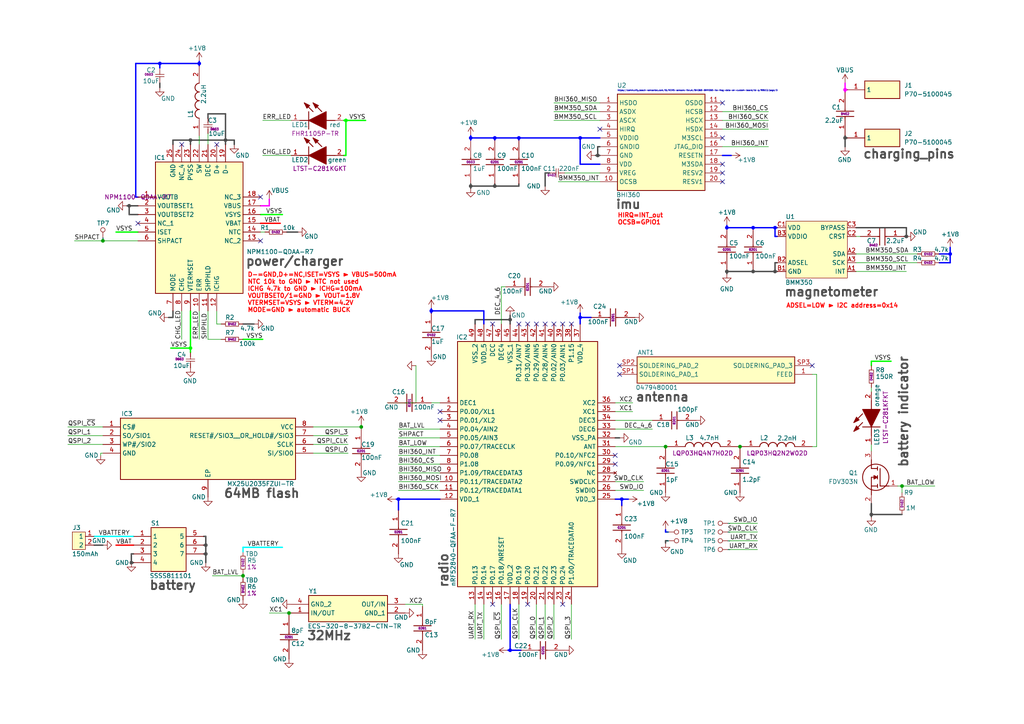
<source format=kicad_sch>
(kicad_sch (version 20230121) (generator eeschema)
  (paper "A4")
  (junction (at 125.095 90.17) (color 0 0 255 1))
  (junction (at 46.355 18.415) (color 0 0 255 1))
  (junction (at 136.525 53.975) (color 72 72 72 1))
  (junction (at 59.69 158.115) (color 72 72 72 1))
  (junction (at 55.245 100.965) (color 0 255 0 1))
  (junction (at 57.785 18.415) (color 0 0 255 1))
  (junction (at 29.845 69.85))
  (junction (at 168.275 92.075) (color 0 0 255 1))
  (junction (at 224.79 66.04) (color 0 0 255 1))
  (junction (at 70.485 167.005))
  (junction (at 59.69 160.655) (color 72 72 72 1))
  (junction (at 218.44 78.74) (color 72 72 72 1))
  (junction (at 210.82 78.74) (color 72 72 72 1))
  (junction (at 210.82 66.04) (color 0 0 255 1))
  (junction (at 224.79 78.74) (color 72 72 72 1))
  (junction (at 245.11 26.035) (color 255 0 255 1))
  (junction (at 37.465 59.69) (color 72 72 72 1))
  (junction (at 143.51 40.005) (color 0 0 255 1))
  (junction (at 147.955 188.595) (color 0 0 255 1))
  (junction (at 100.33 34.925) (color 0 255 0 1))
  (junction (at 147.955 92.71) (color 72 72 72 1))
  (junction (at 245.11 40.005) (color 72 72 72 1))
  (junction (at 150.495 40.005) (color 0 0 255 1))
  (junction (at 136.525 40.005) (color 0 0 255 1))
  (junction (at 38.1 163.195) (color 72 72 72 1))
  (junction (at 143.51 53.975) (color 72 72 72 1))
  (junction (at 214.63 129.54))
  (junction (at 83.82 177.8))
  (junction (at 173.355 45.085) (color 72 72 72 1))
  (junction (at 218.44 66.04) (color 0 0 255 1))
  (junction (at 168.275 40.005) (color 0 0 255 1))
  (junction (at 252.73 149.225) (color 72 72 72 1))
  (junction (at 55.245 40.64) (color 72 72 72 1))
  (junction (at 193.04 129.54))
  (junction (at 180.34 144.78) (color 0 0 255 1))
  (junction (at 115.57 144.78) (color 0 0 255 1))
  (junction (at 275.59 73.66) (color 0 0 255 1))
  (junction (at 261.62 140.97))
  (junction (at 65.405 40.64) (color 72 72 72 1))
  (junction (at 104.775 123.825))
  (junction (at 262.89 68.58) (color 72 72 72 1))
  (no_connect (at 142.875 175.26))
  (no_connect (at 163.195 175.26))
  (no_connect (at 158.115 93.98))
  (no_connect (at 165.735 93.98))
  (no_connect (at 160.655 93.98))
  (no_connect (at 153.035 93.98))
  (no_connect (at 179.705 106.045))
  (no_connect (at 40.005 64.77))
  (no_connect (at 150.495 93.98))
  (no_connect (at 209.55 52.705))
  (no_connect (at 153.035 175.26))
  (no_connect (at 163.195 93.98))
  (no_connect (at 142.875 93.98))
  (no_connect (at 75.565 57.15))
  (no_connect (at 75.565 69.85))
  (no_connect (at 52.705 41.91))
  (no_connect (at 127.635 121.92))
  (no_connect (at 209.55 50.165))
  (no_connect (at 127.635 119.38))
  (no_connect (at 178.435 132.08))
  (no_connect (at 209.55 40.005))
  (no_connect (at 155.575 93.98))
  (no_connect (at 173.99 37.465))
  (no_connect (at 209.55 47.625))
  (no_connect (at 235.585 106.045))
  (no_connect (at 179.705 108.585))
  (no_connect (at 62.865 41.91))
  (no_connect (at 209.55 29.845))
  (no_connect (at 178.435 134.62))
  (wire (pts (xy 140.335 93.98) (xy 140.335 90.17)) (stroke (width 0.4) (color 0 0 255 1)))
  (wire (pts (xy 245.11 40.005) (xy 245.11 42.545)) (stroke (width 0.4) (color 72 72 72 1)))
  (wire (pts (xy 173.355 45.085) (xy 173.99 45.085)) (stroke (width 0.4) (color 72 72 72 1)))
  (wire (pts (xy 214.63 129.54) (xy 215.265 129.54)))
  (wire (pts (xy 100.33 34.925) (xy 106.045 34.925)) (stroke (width 0.4) (color 0 255 0 1)))
  (wire (pts (xy 180.34 144.78) (xy 180.34 146.685)) (stroke (width 0.4) (color 0 0 255 1)))
  (wire (pts (xy 137.795 175.26) (xy 137.795 185.42)))
  (wire (pts (xy 60.325 90.17) (xy 60.325 98.425)))
  (wire (pts (xy 245.11 39.37) (xy 245.11 40.005)) (stroke (width 0.4) (color 72 72 72 1)))
  (wire (pts (xy 140.335 175.26) (xy 140.335 185.42)))
  (wire (pts (xy 245.11 40.005) (xy 245.745 40.005)) (stroke (width 0.4) (color 72 72 72 1)))
  (wire (pts (xy 158.115 50.165) (xy 159.385 50.165)) (stroke (width 0.4) (color 72 72 72 1)))
  (wire (pts (xy 100.965 128.905) (xy 90.805 128.905)))
  (wire (pts (xy 37.465 62.23) (xy 40.005 62.23)) (stroke (width 0.4) (color 72 72 72 1)))
  (wire (pts (xy 210.82 78.74) (xy 218.44 78.74)) (stroke (width 0.4) (color 72 72 72 1)))
  (wire (pts (xy 60.325 34.29) (xy 60.325 33.02)) (stroke (width 0.4) (color 72 72 72 1)))
  (wire (pts (xy 245.11 24.13) (xy 245.11 26.035)) (stroke (width 0.4) (color 255 0 255 1)))
  (wire (pts (xy 224.79 78.74) (xy 225.425 78.74)) (stroke (width 0.4) (color 72 72 72 1)))
  (wire (pts (xy 76.2 34.925) (xy 84.455 34.925)))
  (wire (pts (xy 248.285 66.04) (xy 262.89 66.04)) (stroke (width 0.4) (color 72 72 72 1)))
  (wire (pts (xy 127.635 144.78) (xy 115.57 144.78)) (stroke (width 0.4) (color 0 0 255 1)))
  (wire (pts (xy 40.005 69.85) (xy 29.845 69.85)))
  (wire (pts (xy 73.66 93.98) (xy 70.485 93.98)) (stroke (width 0.4) (color 72 72 72 1)))
  (wire (pts (xy 210.82 65.405) (xy 210.82 66.04)) (stroke (width 0.4) (color 0 0 255 1)))
  (wire (pts (xy 19.685 128.905) (xy 29.845 128.905)))
  (wire (pts (xy 219.71 151.765) (xy 211.455 151.765)))
  (wire (pts (xy 19.685 126.365) (xy 29.845 126.365)))
  (wire (pts (xy 150.495 53.975) (xy 150.495 53.34)) (stroke (width 0.4) (color 72 72 72 1)))
  (wire (pts (xy 115.57 129.54) (xy 127.635 129.54)))
  (wire (pts (xy 168.275 90.805) (xy 168.275 92.075)) (stroke (width 0.4) (color 0 0 255 1)))
  (wire (pts (xy 46.355 18.415) (xy 46.355 19.685)) (stroke (width 0.4) (color 0 0 255 1)))
  (wire (pts (xy 46.355 24.13) (xy 46.355 25.4)) (stroke (width 0.4) (color 72 72 72 1)))
  (wire (pts (xy 50.165 92.075) (xy 50.165 90.17)) (stroke (width 0.4) (color 72 72 72 1)))
  (wire (pts (xy 65.405 40.64) (xy 65.405 41.91)) (stroke (width 0.4) (color 72 72 72 1)))
  (wire (pts (xy 147.955 92.71) (xy 137.795 92.71)) (stroke (width 0.4) (color 72 72 72 1)))
  (wire (pts (xy 100.965 126.365) (xy 90.805 126.365)))
  (wire (pts (xy 219.71 156.845) (xy 211.455 156.845)))
  (wire (pts (xy 147.955 91.44) (xy 147.955 92.71)) (stroke (width 0.4) (color 72 72 72 1)))
  (wire (pts (xy 252.73 112.395) (xy 252.73 113.665)))
  (wire (pts (xy 173.355 42.545) (xy 173.355 45.085)) (stroke (width 0.4) (color 72 72 72 1)))
  (wire (pts (xy 160.655 185.42) (xy 160.655 175.26)))
  (wire (pts (xy 100.33 45.085) (xy 100.33 34.925)) (stroke (width 0.4) (color 0 255 0 1)))
  (wire (pts (xy 186.69 142.24) (xy 178.435 142.24)))
  (wire (pts (xy 160.655 32.385) (xy 173.99 32.385)))
  (wire (pts (xy 145.415 83.185) (xy 146.685 83.185)))
  (wire (pts (xy 178.435 116.84) (xy 183.515 116.84)))
  (wire (pts (xy 70.485 167.005) (xy 70.485 167.64)))
  (wire (pts (xy 136.525 53.34) (xy 136.525 53.975)) (stroke (width 0.4) (color 72 72 72 1)))
  (wire (pts (xy 150.495 185.42) (xy 150.495 175.26)))
  (wire (pts (xy 55.245 40.64) (xy 55.245 41.91)) (stroke (width 0.4) (color 72 72 72 1)))
  (wire (pts (xy 57.785 18.415) (xy 57.785 19.05)) (stroke (width 0.4) (color 0 0 255 1)))
  (wire (pts (xy 140.335 90.17) (xy 125.095 90.17)) (stroke (width 0.4) (color 0 0 255 1)))
  (wire (pts (xy 150.495 40.005) (xy 168.275 40.005)) (stroke (width 0.4) (color 0 0 255 1)))
  (wire (pts (xy 210.82 78.74) (xy 210.82 79.375)) (stroke (width 0.4) (color 72 72 72 1)))
  (wire (pts (xy 168.275 92.075) (xy 171.45 92.075)) (stroke (width 0.4) (color 0 0 255 1)))
  (wire (pts (xy 225.425 76.2) (xy 224.79 76.2)) (stroke (width 0.4) (color 72 72 72 1)))
  (wire (pts (xy 100.965 131.445) (xy 90.805 131.445)))
  (wire (pts (xy 59.69 155.575) (xy 59.69 158.115)) (stroke (width 0.4) (color 72 72 72 1)))
  (wire (pts (xy 83.82 177.8) (xy 84.455 177.8)))
  (wire (pts (xy 49.53 100.965) (xy 55.245 100.965)) (stroke (width 0.4) (color 0 255 0 1)))
  (wire (pts (xy 125.095 116.84) (xy 127.635 116.84)))
  (wire (pts (xy 136.525 40.005) (xy 136.525 40.64)) (stroke (width 0.4) (color 0 0 255 1)))
  (wire (pts (xy 115.57 144.78) (xy 115.57 147.955)) (stroke (width 0.4) (color 0 0 255 1)))
  (wire (pts (xy 236.855 129.54) (xy 236.855 108.585)))
  (wire (pts (xy 173.99 29.845) (xy 160.655 29.845)))
  (wire (pts (xy 90.805 123.825) (xy 104.775 123.825)))
  (wire (pts (xy 52.705 90.17) (xy 52.705 98.425)))
  (wire (pts (xy 193.04 129.54) (xy 193.04 130.175)))
  (wire (pts (xy 235.585 129.54) (xy 236.855 129.54)))
  (wire (pts (xy 78.105 177.8) (xy 83.82 177.8)))
  (wire (pts (xy 50.165 40.64) (xy 50.165 41.91)) (stroke (width 0.4) (color 72 72 72 1)))
  (wire (pts (xy 104.775 123.825) (xy 104.775 124.46)))
  (wire (pts (xy 178.435 121.92) (xy 189.23 121.92)))
  (wire (pts (xy 165.735 185.42) (xy 165.735 175.26)))
  (wire (pts (xy 143.51 53.975) (xy 150.495 53.975)) (stroke (width 0.4) (color 72 72 72 1)))
  (wire (pts (xy 193.04 156.845) (xy 193.04 157.48)) (stroke (width 0.4) (color 72 72 72 1)))
  (wire (pts (xy 29.845 131.445) (xy 29.21 131.445)))
  (wire (pts (xy 29.21 131.445) (xy 29.21 132.08)))
  (wire (pts (xy 38.735 160.655) (xy 38.1 160.655)) (stroke (width 0.4) (color 72 72 72 1)))
  (wire (pts (xy 127.635 142.24) (xy 115.57 142.24)))
  (wire (pts (xy 65.405 40.64) (xy 67.945 40.64)) (stroke (width 0.4) (color 72 72 72 1)))
  (wire (pts (xy 117.475 175.26) (xy 122.555 175.26)))
  (wire (pts (xy 57.785 17.78) (xy 57.785 18.415)) (stroke (width 0.4) (color 0 0 255 1)))
  (wire (pts (xy 209.55 42.545) (xy 222.885 42.545)))
  (wire (pts (xy 64.135 93.98) (xy 62.865 93.98)))
  (wire (pts (xy 127.635 134.62) (xy 115.57 134.62)))
  (wire (pts (xy 70.485 158.75) (xy 70.485 160.02)) (stroke (width 0.4) (color 0 255 255 1)))
  (wire (pts (xy 147.955 92.71) (xy 147.955 93.98)) (stroke (width 0.4) (color 72 72 72 1)))
  (wire (pts (xy 214.63 129.54) (xy 214.63 130.175)))
  (wire (pts (xy 275.59 71.755) (xy 275.59 73.66)) (stroke (width 0.4) (color 0 0 255 1)))
  (wire (pts (xy 37.465 59.69) (xy 40.005 59.69)) (stroke (width 0.4) (color 72 72 72 1)))
  (wire (pts (xy 125.095 90.17) (xy 125.095 90.805)) (stroke (width 0.4) (color 0 0 255 1)))
  (wire (pts (xy 158.115 53.975) (xy 158.115 50.165)) (stroke (width 0.4) (color 72 72 72 1)))
  (wire (pts (xy 224.79 66.04) (xy 225.425 66.04)) (stroke (width 0.4) (color 0 0 255 1)))
  (wire (pts (xy 65.405 40.64) (xy 55.245 40.64)) (stroke (width 0.4) (color 72 72 72 1)))
  (wire (pts (xy 60.325 33.02) (xy 65.405 33.02)) (stroke (width 0.4) (color 72 72 72 1)))
  (wire (pts (xy 189.23 124.46) (xy 178.435 124.46)))
  (wire (pts (xy 59.69 158.115) (xy 59.055 158.115)) (stroke (width 0.4) (color 72 72 72 1)))
  (wire (pts (xy 78.105 57.785) (xy 78.105 59.69)) (stroke (width 0.4) (color 255 0 255 1)))
  (wire (pts (xy 137.795 92.71) (xy 137.795 93.98)) (stroke (width 0.4) (color 72 72 72 1)))
  (wire (pts (xy 168.275 40.005) (xy 173.99 40.005)) (stroke (width 0.4) (color 0 0 255 1)))
  (wire (pts (xy 219.71 159.385) (xy 211.455 159.385)))
  (wire (pts (xy 252.73 149.225) (xy 261.62 149.225)) (stroke (width 0.4) (color 72 72 72 1)))
  (wire (pts (xy 78.105 59.69) (xy 75.565 59.69)) (stroke (width 0.4) (color 255 0 255 1)))
  (wire (pts (xy 70.485 158.75) (xy 81.915 158.75)) (stroke (width 0.4) (color 0 255 255 1)))
  (wire (pts (xy 275.59 73.66) (xy 275.59 76.2)) (stroke (width 0.4) (color 0 0 255 1)))
  (wire (pts (xy 76.2 98.425) (xy 70.485 98.425)) (stroke (width 0.4) (color 0 255 0 1)))
  (wire (pts (xy 39.37 57.15) (xy 40.005 57.15)) (stroke (width 0.4) (color 0 0 255 1)))
  (wire (pts (xy 168.275 47.625) (xy 168.275 40.005)) (stroke (width 0.4) (color 0 0 255 1)))
  (wire (pts (xy 57.785 90.17) (xy 57.785 98.425)))
  (wire (pts (xy 147.32 188.595) (xy 147.955 188.595)) (stroke (width 0.4) (color 0 0 255 1)))
  (wire (pts (xy 178.435 127) (xy 179.705 127)) (stroke (width 0.4) (color 72 72 72 1)))
  (wire (pts (xy 252.73 149.225) (xy 252.73 149.86)) (stroke (width 0.4) (color 72 72 72 1)))
  (wire (pts (xy 136.525 53.975) (xy 143.51 53.975)) (stroke (width 0.4) (color 72 72 72 1)))
  (wire (pts (xy 57.785 18.415) (xy 46.355 18.415)) (stroke (width 0.4) (color 0 0 255 1)))
  (wire (pts (xy 55.245 40.64) (xy 50.165 40.64)) (stroke (width 0.4) (color 72 72 72 1)))
  (wire (pts (xy 145.415 83.185) (xy 145.415 93.98)))
  (wire (pts (xy 65.405 33.02) (xy 65.405 40.64)) (stroke (width 0.4) (color 72 72 72 1)))
  (wire (pts (xy 193.04 156.845) (xy 193.675 156.845)) (stroke (width 0.4) (color 72 72 72 1)))
  (wire (pts (xy 219.71 154.305) (xy 211.455 154.305)))
  (wire (pts (xy 114.935 144.78) (xy 115.57 144.78)) (stroke (width 0.4) (color 0 0 255 1)))
  (wire (pts (xy 75.565 62.23) (xy 81.915 62.23)) (stroke (width 0.4) (color 0 255 0 1)))
  (wire (pts (xy 252.73 104.775) (xy 252.73 106.045)) (stroke (width 0.4) (color 0 255 0 1)))
  (wire (pts (xy 245.11 26.035) (xy 245.745 26.035)) (stroke (width 0.4) (color 255 0 255 1)))
  (wire (pts (xy 143.51 40.005) (xy 143.51 40.64)) (stroke (width 0.4) (color 0 0 255 1)))
  (wire (pts (xy 210.82 66.04) (xy 218.44 66.04)) (stroke (width 0.4) (color 0 0 255 1)))
  (wire (pts (xy 70.485 166.37) (xy 70.485 167.005)))
  (wire (pts (xy 136.525 40.005) (xy 143.51 40.005)) (stroke (width 0.4) (color 0 0 255 1)))
  (wire (pts (xy 125.095 89.535) (xy 125.095 90.17)) (stroke (width 0.4) (color 0 0 255 1)))
  (wire (pts (xy 46.355 18.415) (xy 39.37 18.415)) (stroke (width 0.4) (color 0 0 255 1)))
  (wire (pts (xy 262.89 68.58) (xy 262.89 66.04)) (stroke (width 0.4) (color 72 72 72 1)))
  (wire (pts (xy 122.555 175.26) (xy 122.555 175.895)))
  (wire (pts (xy 161.925 52.705) (xy 173.99 52.705)))
  (wire (pts (xy 99.695 45.085) (xy 100.33 45.085)) (stroke (width 0.4) (color 0 255 0 1)))
  (wire (pts (xy 262.255 68.58) (xy 262.89 68.58)) (stroke (width 0.4) (color 72 72 72 1)))
  (wire (pts (xy 40.005 67.31) (xy 33.655 67.31)) (stroke (width 0.4) (color 0 255 0 1)))
  (wire (pts (xy 193.04 154.305) (xy 193.04 153.67)) (stroke (width 0.4) (color 0 0 255 1)))
  (wire (pts (xy 147.955 175.26) (xy 147.955 188.595)) (stroke (width 0.4) (color 0 0 255 1)))
  (wire (pts (xy 261.62 142.875) (xy 261.62 140.97)))
  (wire (pts (xy 272.415 76.2) (xy 275.59 76.2)) (stroke (width 0.4) (color 0 0 255 1)))
  (wire (pts (xy 173.99 42.545) (xy 173.355 42.545)) (stroke (width 0.4) (color 72 72 72 1)))
  (wire (pts (xy 224.79 76.2) (xy 224.79 78.74)) (stroke (width 0.4) (color 72 72 72 1)))
  (wire (pts (xy 27.305 158.115) (xy 29.845 158.115)) (stroke (width 0.4) (color 72 72 72 1)))
  (wire (pts (xy 60.325 98.425) (xy 64.135 98.425)))
  (wire (pts (xy 127.635 137.16) (xy 115.57 137.16)))
  (wire (pts (xy 272.415 73.66) (xy 275.59 73.66)) (stroke (width 0.4) (color 0 0 255 1)))
  (wire (pts (xy 155.575 185.42) (xy 155.575 175.26)))
  (wire (pts (xy 252.73 128.905) (xy 252.73 130.81)))
  (wire (pts (xy 127.635 132.08) (xy 115.57 132.08)))
  (wire (pts (xy 163.83 50.165) (xy 173.99 50.165)))
  (wire (pts (xy 61.595 167.005) (xy 70.485 167.005)))
  (wire (pts (xy 158.115 185.42) (xy 158.115 175.26)))
  (wire (pts (xy 193.675 154.305) (xy 193.04 154.305)) (stroke (width 0.4) (color 0 0 255 1)))
  (wire (pts (xy 104.775 123.19) (xy 104.775 123.825)))
  (wire (pts (xy 180.34 144.78) (xy 182.245 144.78)) (stroke (width 0.4) (color 0 0 255 1)))
  (wire (pts (xy 37.465 59.69) (xy 37.465 62.23)) (stroke (width 0.4) (color 72 72 72 1)))
  (wire (pts (xy 193.04 129.54) (xy 193.675 129.54)))
  (wire (pts (xy 178.435 119.38) (xy 183.515 119.38)))
  (wire (pts (xy 143.51 53.975) (xy 143.51 53.34)) (stroke (width 0.4) (color 72 72 72 1)))
  (wire (pts (xy 178.435 129.54) (xy 193.04 129.54)))
  (wire (pts (xy 150.495 40.005) (xy 150.495 40.64)) (stroke (width 0.4) (color 0 0 255 1)))
  (wire (pts (xy 39.37 18.415) (xy 39.37 57.15)) (stroke (width 0.4) (color 0 0 255 1)))
  (wire (pts (xy 218.44 66.04) (xy 224.79 66.04)) (stroke (width 0.4) (color 0 0 255 1)))
  (wire (pts (xy 236.855 108.585) (xy 235.585 108.585)))
  (wire (pts (xy 55.245 100.965) (xy 55.245 102.235)) (stroke (width 0.4) (color 0 255 0 1)))
  (wire (pts (xy 83.185 67.31) (xy 86.36 67.31)) (stroke (width 0.4) (color 72 72 72 1)))
  (wire (pts (xy 160.655 34.925) (xy 173.99 34.925)))
  (wire (pts (xy 218.44 78.74) (xy 224.79 78.74)) (stroke (width 0.4) (color 72 72 72 1)))
  (wire (pts (xy 209.55 37.465) (xy 222.885 37.465)))
  (wire (pts (xy 29.845 69.85) (xy 21.59 69.85)))
  (wire (pts (xy 178.435 144.78) (xy 180.34 144.78)) (stroke (width 0.4) (color 0 0 255 1)))
  (wire (pts (xy 76.2 45.085) (xy 84.455 45.085)))
  (wire (pts (xy 27.305 155.575) (xy 38.735 155.575)) (stroke (width 0.4) (color 0 255 255 1)))
  (wire (pts (xy 115.57 124.46) (xy 127.635 124.46)))
  (wire (pts (xy 271.145 140.97) (xy 261.62 140.97)))
  (wire (pts (xy 60.325 38.735) (xy 60.325 41.91)))
  (wire (pts (xy 55.245 90.17) (xy 55.245 100.965)) (stroke (width 0.4) (color 0 255 0 1)))
  (wire (pts (xy 29.845 69.215) (xy 29.845 69.85)))
  (wire (pts (xy 33.655 158.115) (xy 38.735 158.115)) (stroke (width 0.4) (color 255 0 0 1)))
  (wire (pts (xy 67.945 40.64) (xy 67.945 41.91)) (stroke (width 0.4) (color 72 72 72 1)))
  (wire (pts (xy 57.785 39.37) (xy 57.785 41.91)))
  (wire (pts (xy 213.995 129.54) (xy 214.63 129.54)))
  (wire (pts (xy 127.635 139.7) (xy 115.57 139.7)))
  (wire (pts (xy 245.11 26.035) (xy 245.11 26.67)) (stroke (width 0.4) (color 255 0 255 1)))
  (wire (pts (xy 168.275 47.625) (xy 173.99 47.625)) (stroke (width 0.4) (color 0 0 255 1)))
  (wire (pts (xy 38.1 160.655) (xy 38.1 163.195)) (stroke (width 0.4) (color 72 72 72 1)))
  (wire (pts (xy 178.435 139.7) (xy 186.69 139.7)))
  (wire (pts (xy 38.735 163.195) (xy 38.1 163.195)) (stroke (width 0.4) (color 72 72 72 1)))
  (wire (pts (xy 261.62 140.97) (xy 260.35 140.97)))
  (wire (pts (xy 248.285 78.74) (xy 262.89 78.74)))
  (wire (pts (xy 112.395 116.84) (xy 120.65 116.84)))
  (wire (pts (xy 209.55 34.925) (xy 222.885 34.925)))
  (wire (pts (xy 145.415 185.42) (xy 145.415 175.26)))
  (wire (pts (xy 248.285 76.2) (xy 266.065 76.2)))
  (wire (pts (xy 59.69 160.655) (xy 59.055 160.655)) (stroke (width 0.4) (color 72 72 72 1)))
  (wire (pts (xy 209.55 45.085) (xy 212.09 45.085)) (stroke (width 0.4) (color 0 0 255 1)))
  (wire (pts (xy 143.51 40.005) (xy 150.495 40.005)) (stroke (width 0.4) (color 0 0 255 1)))
  (wire (pts (xy 62.865 90.17) (xy 62.865 93.98)))
  (wire (pts (xy 252.73 146.05) (xy 252.73 149.225)) (stroke (width 0.4) (color 72 72 72 1)))
  (wire (pts (xy 224.79 68.58) (xy 224.79 66.04)) (stroke (width 0.4) (color 0 0 255 1)))
  (wire (pts (xy 83.82 178.435) (xy 83.82 177.8)))
  (wire (pts (xy 48.895 92.075) (xy 50.165 92.075)) (stroke (width 0.4) (color 72 72 72 1)))
  (wire (pts (xy 19.685 123.825) (xy 29.845 123.825)))
  (wire (pts (xy 258.445 104.775) (xy 252.73 104.775)) (stroke (width 0.4) (color 0 255 0 1)))
  (wire (pts (xy 75.565 67.31) (xy 76.835 67.31)))
  (wire (pts (xy 36.83 59.69) (xy 37.465 59.69)) (stroke (width 0.4) (color 72 72 72 1)))
  (wire (pts (xy 120.65 116.84) (xy 120.65 106.045)))
  (wire (pts (xy 75.565 64.77) (xy 81.28 64.77)) (stroke (width 0.4) (color 255 0 0 1)))
  (wire (pts (xy 248.285 73.66) (xy 266.065 73.66)))
  (wire (pts (xy 59.055 155.575) (xy 59.69 155.575)) (stroke (width 0.4) (color 72 72 72 1)))
  (wire (pts (xy 248.285 68.58) (xy 249.555 68.58)))
  (wire (pts (xy 136.525 39.37) (xy 136.525 40.005)) (stroke (width 0.4) (color 0 0 255 1)))
  (wire (pts (xy 172.72 45.085) (xy 173.355 45.085)) (stroke (width 0.4) (color 72 72 72 1)))
  (wire (pts (xy 168.275 93.98) (xy 168.275 92.075)) (stroke (width 0.4) (color 0 0 255 1)))
  (wire (pts (xy 115.57 127) (xy 127.635 127)))
  (wire (pts (xy 225.425 68.58) (xy 224.79 68.58)) (stroke (width 0.4) (color 0 0 255 1)))
  (wire (pts (xy 100.33 34.925) (xy 99.695 34.925)) (stroke (width 0.4) (color 0 255 0 1)))
  (wire (pts (xy 209.55 32.385) (xy 222.885 32.385)))
  (wire (pts (xy 59.69 160.655) (xy 59.69 163.195)) (stroke (width 0.4) (color 72 72 72 1)))
  (wire (pts (xy 136.525 53.975) (xy 136.525 54.61)) (stroke (width 0.4) (color 72 72 72 1)))
  (wire (pts (xy 147.955 188.595) (xy 151.13 188.595)) (stroke (width 0.4) (color 0 0 255 1)))
  (wire (pts (xy 59.69 158.115) (xy 59.69 160.655)) (stroke (width 0.4) (color 72 72 72 1)))
  (text "battery" (at 43.18 171.45 0) (effects (font (size 2.54 2.54) bold) (justify left bottom)))
  (text "D-=GND,D+=NC,ISET=VSYS ► VBUS=500mA\nNTC 10k to GND ► NTC not used\nICHG 4.7k to GND ► ICHG=100mA\nVOUTBSET0/1=GND ► VOUT=1.8V\nVTERMSET=VSYS ► VTERM=4.2V\nMODE=GND ► automatic BUCK" (at 71.755 90.805 0) (effects (font (size 1.27 1.27) (thickness 0.254) bold) (justify left bottom)))
  (text "ADSEL=LOW ► I2C address=0x14" (at 227.965 89.535 0) (effects (font (size 1.27 1.27) (thickness 0.254) bold) (justify left bottom)))
  (text "https://community.bosch-sensortec.com/t5/MEMS-sensors-forum/BHI360-BMM350-No-Mag-data-on-custom-board/td-p/90513/page/3" (at 179.07 26.67 0) (effects (font (size 0.4233 0.4233)) (justify left bottom)))
  (text "battery indicator" (at 263.525 135.89 90) (effects (font (size 2.54 2.54) bold) (justify left bottom)))
  (text "32MHz" (at 88.9 186.055 0) (effects (font (size 2.54 2.54) bold) (justify left bottom)))
  (text "antenna" (at 200.025 116.84 0) (effects (font (size 2.54 2.54) bold) (justify right bottom)))
  (text "HIRQ=INT_out\nOCSB=GPIO1" (at 179.07 65.405 0) (effects (font (size 1.27 1.27) (thickness 0.254) bold) (justify left bottom)))
  (text "magnetometer" (at 227.33 86.36 0) (effects (font (size 2.54 2.54) (thickness 0.508) bold) (justify left bottom)))
  (text "radio" (at 130.175 170.815 90) (effects (font (size 2.54 2.54) bold) (justify left bottom)))
  (text "64MB flash" (at 64.77 144.78 0) (effects (font (size 2.54 2.54) bold) (justify left bottom)))
  (text "charging_pins" (at 250.19 46.355 0) (effects (font (size 2.54 2.54) bold) (justify left bottom)))
  (text "imu" (at 178.435 60.96 0) (effects (font (size 2.54 2.54) bold) (justify left bottom)))
  (text "power/charger" (at 71.12 77.47 0) (effects (font (size 2.54 2.54) bold) (justify left bottom)))
  (label "BHI360_MISO" (at 160.655 29.845 0))
  (label "BAT_LOW" (at 271.145 140.97 180))
  (label "QSPI_2" (at 19.685 128.905 0))
  (label "DEC_4_6" (at 145.415 83.185 270))
  (label "QSPI_CLK" (at 100.965 128.905 180))
  (label "BAT_LOW" (at 115.57 129.54 0))
  (label "XC1" (at 183.515 119.38 180))
  (label "QSPI_1" (at 19.685 126.365 0))
  (label "VSYS" (at 258.445 104.775 180))
  (label "CHG_LED" (at 84.455 45.085 180))
  (label "QSPI_0" (at 100.965 131.445 180))
  (label "SWD_CLK" (at 219.71 154.305 180))
  (label "VBATTERY" (at 71.755 158.75 0))
  (label "BMM350_SDA" (at 160.655 32.385 0))
  (label "BHI360_MISO" (at 115.57 137.16 0))
  (label "BAT_LVL" (at 115.57 124.46 0))
  (label "QSPI_2" (at 160.655 185.42 90))
  (label "BAT_LVL" (at 61.595 167.005 0))
  (label "XC2" (at 183.515 116.84 180))
  (label "VSYS" (at 81.915 62.23 180))
  (label "BHI360_SCK" (at 115.57 142.24 0))
  (label "VSYS" (at 33.655 67.31 0))
  (label "SWD_IO" (at 186.69 142.24 180))
  (label "ERR_LED" (at 57.785 98.425 90))
  (label "SWD_IO" (at 219.71 151.765 180))
  (label "ERR_LED" (at 84.455 34.925 180))
  (label "BMM350_INT" (at 161.925 52.705 0))
  (label "UART_RX" (at 219.71 159.385 180))
  (label "XC1" (at 78.105 177.8 0))
  (label "BHI360_CS" (at 115.57 134.62 0))
  (label "SHPACT" (at 21.59 69.85 0))
  (label "VBAT" (at 33.655 158.115 0))
  (label "BHI360_MOSI" (at 222.885 37.465 180))
  (label "DEC_4_6" (at 189.23 124.46 180))
  (label "BHI360_INT" (at 115.57 132.08 0))
  (label "QSPI_CLK" (at 150.495 185.42 90))
  (label "BHI360_SCK" (at 222.885 34.925 180))
  (label "UART_TX" (at 140.335 185.42 90))
  (label "VBAT" (at 81.28 64.77 180))
  (label "SHPACT" (at 115.57 127 0))
  (label "QSPI_~{CS}" (at 145.415 185.42 90))
  (label "SHPHLD" (at 60.325 98.425 90))
  (label "UART_RX" (at 137.795 185.42 90))
  (label "VBATTERY" (at 28.575 155.575 0))
  (label "BHI360_CS" (at 222.885 32.385 180))
  (label "BMM350_SCL" (at 160.655 34.925 0))
  (label "QSPI_3" (at 165.735 185.42 90))
  (label "CHG_LED" (at 52.705 98.425 90))
  (label "QSPI_~{CS}" (at 19.685 123.825 0))
  (label "VSYS" (at 106.045 34.925 180))
  (label "UART_TX" (at 219.71 156.845 180))
  (label "BMM350_SCL" (at 263.525 76.2 180))
  (label "VSYS" (at 76.2 98.425 180))
  (label "BHI360_MOSI" (at 115.57 139.7 0))
  (label "QSPI_1" (at 158.115 185.42 90))
  (label "BMM350_SDA" (at 263.525 73.66 180))
  (label "BHI360_INT" (at 222.885 42.545 180))
  (label "SWD_CLK" (at 186.69 139.7 180))
  (label "BMM350_INT" (at 262.89 78.74 180))
  (label "XC2" (at 122.555 175.26 180))
  (label "QSPI_3" (at 100.965 126.365 180))
  (label "VSYS" (at 49.53 100.965 0))
  (label "QSPI_0" (at 155.575 185.42 90))
  (symbol (lib_id "the_backrooms:res_0402") (at 252.73 112.395 90) (unit 1)
    (property "Reference" "R8" (at 255.27 107.315 90))
    (property "Value" "150R" (at 256.54 109.22 90))
    (property "Footprint" "the_backrooms:0402_res" (effects hide))
    (property "Package/Case" "0402" (at 252.73 109.22 0) (effects (font (size 0.635 0.635))))
    (property "Mfr. No." "CR0402-JW-151GLF" (effects hide))
  )
  (symbol (lib_id "the_backrooms:GRM033R61E104KE14J") (at 115.57 147.955 90) (mirror x) (unit 1)
    (property "Reference" "C21" (at 116.205 151.765 90) (effects (justify right)))
    (property "Value" "100nF" (at 116.205 156.845 90) (effects (justify right)))
    (property "Footprint" "the_backrooms:CAPC0603X33N" (effects hide))
    (property "Datasheet" "http://www.murata.com/~/media/webrenewal/support/library/catalog/products/capacitor/mlcc/c02e.pdf" (effects hide))
    (property "Height" "0.33" (effects hide))
    (property "Manufacturer_Name" "Murata Electronics" (effects hide))
    (property "Manufacturer_Part_Number" "GRM033R61E104KE14J" (effects hide))
    (property "Mouser Part Number" "81-GRM033R61E104KE4J" (effects hide))
    (property "Mouser Price/Stock" "https://www.mouser.co.uk/ProductDetail/Murata-Electronics/GRM033R61E104KE14J?qs=hNud%2FORuBR2oQhcvd00LsA%3D%3D" (effects hide))
    (property "Arrow Part Number" "GRM033R61E104KE14J" (effects hide))
    (property "Arrow Price/Stock" "https://www.arrow.com/en/products/grm033r61e104ke14j/murata-manufacturing?region=nac" (effects hide))
    (property "Mfr. No." "GRM033R61E104KE14J" (effects hide))
    (property "Package/Case" "0201" (at 115.57 154.305 90) (effects (font (size 0.635 0.635))))
    (property "Description" "Multilayer Ceramic Capacitors MLCC - SMD/SMT 0.1 uF 25 VDC 10% 0201 X5R" (effects hide))
  )
  (symbol (lib_id "power:+1V8") (at 212.09 45.085 270) (unit 1)
    (property "Reference" "#PWR024" (effects hide))
    (property "Value" "+1V8" (at 216.535 46.355 90))
  )
  (symbol (lib_id "the_backrooms:res_0402") (at 70.485 166.37 90) (unit 1)
    (property "Reference" "R5" (at 73.025 162.56 90))
    (property "Value" "TBD" (at 73.025 160.655 90))
    (property "Footprint" "the_backrooms:0402_res" (effects hide))
    (property "Datasheet" "https://www.mouser.de/datasheet/2/54/cr-1858361.pdf" (effects hide))
    (property "Package/Case" "0402" (at 70.485 163.195 0) (effects (font (size 0.635 0.635))))
    (property "Mfr. No." "CR0402-FX-4701GLF" (effects hide))
    (property "Description" "Thick Film Resistors - SMD 4.7K OHM 1%" (effects hide))
    (property "Tolerance" "1%" (at 73.025 164.465 90))
  )
  (symbol (lib_id "power:GND") (at 86.36 67.31 90) (unit 1)
    (property "Reference" "#PWR043" (effects hide))
    (property "Value" "GND" (at 88.265 68.58 90) (effects (justify right)))
  )
  (symbol (lib_id "the_backrooms:res_0402") (at 76.835 67.31 0) (unit 1)
    (property "Reference" "R1" (at 76.835 66.04 0))
    (property "Value" "10k" (at 83.82 66.04 0))
    (property "Footprint" "the_backrooms:0402_res" (effects hide))
    (property "Datasheet" "https://www.mouser.de/datasheet/2/54/cr-1858361.pdf" (effects hide))
    (property "Package/Case" "0402" (at 80.01 67.31 0) (effects (font (size 0.635 0.635))))
    (property "Mfr. No." "CR0402-JW-103GLF" (effects hide))
    (property "Description" "Thick Film Resistors - SMD 10K OHM 5%" (effects hide))
  )
  (symbol (lib_id "power:GND") (at 48.895 92.075 270) (unit 1)
    (property "Reference" "#PWR045" (effects hide))
    (property "Value" "GND" (at 46.99 90.805 90) (effects (justify right)))
  )
  (symbol (lib_id "the_backrooms:tp_1mm") (at 29.845 69.215 270) (unit 1)
    (property "Reference" "TP7" (at 31.75 64.77 90) (effects (justify right)))
    (property "Value" "~" (at 29.845 69.215 0))
    (property "Footprint" "the_backrooms:tp_1mm" (effects hide))
  )
  (symbol (lib_id "power:GND") (at 147.955 91.44 0) (mirror x) (unit 1)
    (property "Reference" "#PWR08" (effects hide))
    (property "Value" "GND" (at 152.4 91.44 0) (effects (justify right)))
  )
  (symbol (lib_id "the_backrooms:nRF52840-QFAA-F-R7") (at 127.635 116.84 0) (unit 1)
    (property "Reference" "IC2" (at 133.985 97.79 0))
    (property "Value" "nRF52840-QFAA-F-R7" (at 131.445 158.75 90))
    (property "Footprint" "the_backrooms:QFN40P600X600X95-49N-D" (effects hide))
    (property "Datasheet" "https://infocenter.nordicsemi.com/pdf/nRF52840_PS_v1.8.pdf" (effects hide))
    (property "Height" "0.95" (effects hide))
    (property "Manufacturer_Name" "Nordic Semiconductor" (effects hide))
    (property "Manufacturer_Part_Number" "nRF52840-QFAA-F-R7" (effects hide))
    (property "Mouser Part Number" "949-NRF52840QFAAF-R7" (effects hide))
    (property "Mouser Price/Stock" "https://www.mouser.co.uk/ProductDetail/Nordic-Semiconductor/nRF52840-QFAA-F-R7?qs=TCDPyi3sCW2TA2kPWr8xHQ%3D%3D" (effects hide))
    (property "Arrow Part Number" "NRF52840-QFAA-F-R7" (effects hide))
    (property "Arrow Price/Stock" "null?region=nac" (effects hide))
    (property "Mfr. No." "nRF52840-QFAA-F-R7" (effects hide))
  )
  (symbol (lib_id "power:+1V8") (at 136.525 39.37 0) (unit 1)
    (property "Reference" "#PWR020" (effects hide))
    (property "Value" "+1V8" (at 135.89 35.56 0))
  )
  (symbol (lib_id "the_backrooms:cap_0603") (at 55.245 106.68 90) (unit 1)
    (property "Reference" "C4" (at 52.705 102.87 90))
    (property "Value" "10uF" (at 52.705 106.045 90))
    (property "Footprint" "the_backrooms:0603_cap" (effects hide))
    (property "Datasheet" "https://www.mouser.de/datasheet/2/281/1/GRM188R60J106KE47_01A-1985702.pdf" (effects hide))
    (property "Package/Case" "0603" (at 52.07 104.14 90) (effects (font (size 0.635 0.635))))
    (property "Mfr. No." "GRM188R60J106KE47D" (effects hide))
    (property "Description" "Multilayer Ceramic Capacitors MLCC - SMD/SMT 10 uF 6.3 VDC 10% 0603 X5R" (effects hide))
  )
  (symbol (lib_id "power:GND") (at 210.82 79.375 0) (unit 1)
    (property "Reference" "#PWR017" (effects hide))
    (property "Value" "GND" (at 210.82 83.82 0))
  )
  (symbol (lib_id "the_backrooms:tp_1mm") (at 193.675 154.305 180) (unit 1)
    (property "Reference" "TP3" (at 197.485 154.305 0) (effects (justify right)))
    (property "Value" "~" (at 193.675 154.305 0))
    (property "Footprint" "the_backrooms:tp_1mm" (effects hide))
  )
  (symbol (lib_id "the_backrooms:tp_1mm") (at 211.455 156.845 0) (mirror x) (unit 1)
    (property "Reference" "TP5" (at 207.645 156.845 0) (effects (justify right)))
    (property "Value" "~" (at 211.455 156.845 0))
    (property "Footprint" "the_backrooms:tp_1mm" (effects hide))
  )
  (symbol (lib_id "power:+1V8") (at 168.275 90.805 0) (mirror y) (unit 1)
    (property "Reference" "#PWR052" (effects hide))
    (property "Value" "+1V8" (at 165.1 87.63 0))
  )
  (symbol (lib_id "power:+1V8") (at 57.785 17.78 0) (unit 1)
    (property "Reference" "#PWR041" (effects hide))
    (property "Value" "+1V8" (at 57.15 13.97 0))
  )
  (symbol (lib_id "the_backrooms:GRM033R61E104KE14J") (at 104.775 124.46 90) (mirror x) (unit 1)
    (property "Reference" "C19" (at 104.775 128.905 90) (effects (justify right)))
    (property "Value" "100nF" (at 104.775 132.715 90) (effects (justify right)))
    (property "Footprint" "the_backrooms:CAPC0603X33N" (effects hide))
    (property "Datasheet" "http://www.murata.com/~/media/webrenewal/support/library/catalog/products/capacitor/mlcc/c02e.pdf" (effects hide))
    (property "Height" "0.33" (effects hide))
    (property "Manufacturer_Name" "Murata Electronics" (effects hide))
    (property "Manufacturer_Part_Number" "GRM033R61E104KE14J" (effects hide))
    (property "Mouser Part Number" "81-GRM033R61E104KE4J" (effects hide))
    (property "Mouser Price/Stock" "https://www.mouser.co.uk/ProductDetail/Murata-Electronics/GRM033R61E104KE14J?qs=hNud%2FORuBR2oQhcvd00LsA%3D%3D" (effects hide))
    (property "Arrow Part Number" "GRM033R61E104KE14J" (effects hide))
    (property "Arrow Price/Stock" "https://www.arrow.com/en/products/grm033r61e104ke14j/murata-manufacturing?region=nac" (effects hide))
    (property "Mfr. No." "GRM033R61E104KE14J" (effects hide))
    (property "Package/Case" "0201" (at 104.775 130.81 90) (effects (font (size 0.635 0.635))))
    (property "Description" "Multilayer Ceramic Capacitors MLCC - SMD/SMT 0.1 uF 25 VDC 10% 0201 X5R" (effects hide))
  )
  (symbol (lib_id "the_backrooms:0603ZD105JAT2A") (at 136.525 53.34 90) (unit 1)
    (property "Reference" "C8" (at 137.16 45.085 90) (effects (justify right)))
    (property "Value" "1uF" (at 137.16 48.895 90) (effects (justify right)))
    (property "Footprint" "the_backrooms:CAPC1608X90N" (effects hide))
    (property "Datasheet" "https://componentsearchengine.com/Datasheets/1/06031A100FAT2A.pdf" (effects hide))
    (property "Height" "0.9" (effects hide))
    (property "Manufacturer_Name" "AVX" (effects hide))
    (property "Manufacturer_Part_Number" "0603ZD105JAT2A" (effects hide))
    (property "Mouser Part Number" "581-0603ZD105JAT2A" (effects hide))
    (property "Mouser Price/Stock" "https://www.mouser.co.uk/ProductDetail/AVX/0603ZD105JAT2A?qs=e0vQSQyd34E0SAgXHPyqxA%3D%3D" (effects hide))
    (property "Mfr. No." "0603ZD105JAT2A" (effects hide))
    (property "Package/Case" "0603" (at 135.255 46.99 90) (effects (font (size 0.635 0.635)) (justify right)))
    (property "Description" "Multilayer Ceramic Capacitors MLCC - SMD/SMT 10V 1uF X5R 0603 5%" (effects hide))
  )
  (symbol (lib_id "the_backrooms:res_0402") (at 266.065 73.66 0) (unit 1)
    (property "Reference" "R3" (at 266.065 72.39 0))
    (property "Value" "4.7k" (at 273.05 72.39 0))
    (property "Footprint" "the_backrooms:0402_res" (effects hide))
    (property "Datasheet" "https://www.mouser.de/datasheet/2/54/cr-1858361.pdf" (effects hide))
    (property "Package/Case" "0402" (at 269.24 73.66 0) (effects (font (size 0.635 0.635))))
    (property "Mfr. No." "CR0402-FX-4701GLF" (effects hide))
    (property "Description" "Thick Film Resistors - SMD 4.7K OHM 1%" (effects hide))
  )
  (symbol (lib_id "the_backrooms:GRM155R61E225KE11D") (at 245.11 39.37 270) (mirror x) (unit 1)
    (property "Reference" "C1" (at 242.57 31.115 90))
    (property "Value" "2.2uF" (at 241.935 34.925 90))
    (property "Footprint" "the_backrooms:CAPC1005X55N" (effects hide))
    (property "Datasheet" "http://www.murata.com/~/media/webrenewal/support/library/catalog/products/capacitor/mlcc/c02e.pdf" (effects hide))
    (property "Height" "0.55" (effects hide))
    (property "Manufacturer_Name" "Murata Electronics" (effects hide))
    (property "Manufacturer_Part_Number" "GRM155R61E225KE11D" (effects hide))
    (property "Mouser Part Number" "81-GRM155R61E225KE1D" (effects hide))
    (property "Mouser Price/Stock" "https://www.mouser.co.uk/ProductDetail/Murata-Electronics/GRM155R61E225KE11D?qs=eeBpzGFlv%252B8X58bIUndZvA%3D%3D" (effects hide))
    (property "Arrow Part Number" "GRM155R61E225KE11D" (effects hide))
    (property "Arrow Price/Stock" "https://www.arrow.com/en/products/grm155r61e225ke11d/murata-manufacturing" (effects hide))
    (property "Mfr. No." "GRM155R61E225KE11D" (effects hide))
    (property "Package/Case" "0402" (at 245.11 33.02 90) (effects (font (size 0.635 0.635))))
    (property "Description" "Multilayer Ceramic Capacitors MLCC - SMD/SMT 2.2 uF 25 VDC 10% 0402 X5R" (effects hide))
  )
  (symbol (lib_id "power:VBUS") (at 78.105 57.785 0) (unit 1)
    (property "Reference" "#PWR09" (effects hide))
    (property "Value" "VBUS" (at 81.28 55.245 0))
  )
  (symbol (lib_id "the_backrooms:battery_150mAh") (at 27.305 155.575 0) (unit 1)
    (property "Reference" "J3" (at 22.225 153.035 0))
    (property "Value" "150mAh" (at 24.765 160.655 0))
    (property "Footprint" "the_backrooms:battery_150mAh" (effects hide))
    (property "Datasheet" "https://www.alibaba.com/product-detail/Li-ion-3-7v-150mah-li_60520031243.html" (effects hide))
  )
  (symbol (lib_id "the_backrooms:GRM0335C1H1R2WA01D") (at 214.63 142.875 90) (unit 1)
    (property "Reference" "C14" (at 215.265 133.985 90) (effects (justify right)))
    (property "Value" "1.2pF" (at 215.265 139.065 90) (effects (justify right)))
    (property "Footprint" "the_backrooms:CAPC0603X33N" (effects hide))
    (property "Datasheet" "http://www.murata.com/~/media/webrenewal/support/library/catalog/products/capacitor/mlcc/c02e.pdf" (effects hide))
    (property "Height" "0.33" (effects hide))
    (property "Manufacturer_Name" "Murata Electronics" (effects hide))
    (property "Manufacturer_Part_Number" "GRM0335C1H1R2WA01D" (effects hide))
    (property "Mouser Part Number" "81-GRM0335C1H1R2WA1D" (effects hide))
    (property "Mouser Price/Stock" "https://www.mouser.co.uk/ProductDetail/Murata-Electronics/GRM0335C1H1R2WA01D?qs=2W5sgKM%2F370ZINFGhgblug%3D%3D" (effects hide))
    (property "Arrow Part Number" "GRM0335C1H1R2WA01D" (effects hide))
    (property "Arrow Price/Stock" "https://www.arrow.com/en/products/grm0335c1h1r2wa01d/murata-manufacturing?region=nac" (effects hide))
    (property "Mfr. No." "GRM0335C1H1R2WA01D" (effects hide))
    (property "Package/Case" "0201" (at 213.36 136.525 90) (effects (font (size 0.635 0.635)) (justify right)))
  )
  (symbol (lib_id "power:GND") (at 120.65 106.045 270) (unit 1)
    (property "Reference" "#PWR010" (effects hide))
    (property "Value" "GND" (at 115.57 118.11 90) (effects (justify right)))
  )
  (symbol (lib_id "the_backrooms:tp_1mm") (at 211.455 159.385 0) (mirror x) (unit 1)
    (property "Reference" "TP6" (at 207.645 159.385 0) (effects (justify right)))
    (property "Value" "~" (at 211.455 159.385 0))
    (property "Footprint" "the_backrooms:tp_1mm" (effects hide))
  )
  (symbol (lib_id "power:GND") (at 122.555 188.595 0) (unit 1)
    (property "Reference" "#PWR028" (effects hide))
    (property "Value" "GND" (at 121.92 188.595 0) (effects (justify right)))
  )
  (symbol (lib_id "power:+1V8") (at 125.095 89.535 0) (mirror y) (unit 1)
    (property "Reference" "#PWR048" (effects hide))
    (property "Value" "+1V8" (at 127.635 86.36 0))
  )
  (symbol (lib_id "the_backrooms:LQP03HQ4N7H02D") (at 193.675 129.54 0) (unit 1)
    (property "Reference" "L3" (at 200.025 127 0))
    (property "Value" "4.7nH" (at 205.74 127 0))
    (property "Footprint" "the_backrooms:LQP03HQ0N5B02D" (effects hide))
    (property "Datasheet" "https://psearch.en.murata.com/inductor/product/LQP03HQ4N7H02%23.html" (effects hide))
    (property "Height" "0.42" (effects hide))
    (property "Manufacturer_Name" "Murata Electronics" (effects hide))
    (property "Manufacturer_Part_Number" "LQP03HQ4N7H02D" (effects hide))
    (property "Mouser Part Number" "81-LQP03HQ4N7H02D" (effects hide))
    (property "Mouser Price/Stock" "https://www.mouser.com/Search/Refine.aspx?Keyword=81-LQP03HQ4N7H02D" (effects hide))
    (property "Arrow Part Number" "LQP03HQ4N7H02D" (effects hide))
    (property "Arrow Price/Stock" "https://www.arrow.com/en/products/lqp03hq4n7h02d/murata-manufacturing" (effects hide))
    (property "Mfr. No." "LQP03HQ4N7H02D" (at 203.835 131.445 0))
  )
  (symbol (lib_id "the_backrooms:GRM033R61E104KE14J") (at 210.82 78.74 90) (unit 1)
    (property "Reference" "C5" (at 211.455 70.485 90) (effects (justify right)))
    (property "Value" "100nF" (at 211.455 74.295 90) (effects (justify right)))
    (property "Footprint" "the_backrooms:CAPC0603X33N" (effects hide))
    (property "Datasheet" "http://www.murata.com/~/media/webrenewal/support/library/catalog/products/capacitor/mlcc/c02e.pdf" (effects hide))
    (property "Height" "0.33" (effects hide))
    (property "Manufacturer_Name" "Murata Electronics" (effects hide))
    (property "Manufacturer_Part_Number" "GRM033R61E104KE14J" (effects hide))
    (property "Mouser Part Number" "81-GRM033R61E104KE4J" (effects hide))
    (property "Mouser Price/Stock" "https://www.mouser.co.uk/ProductDetail/Murata-Electronics/GRM033R61E104KE14J?qs=hNud%2FORuBR2oQhcvd00LsA%3D%3D" (effects hide))
    (property "Arrow Part Number" "GRM033R61E104KE14J" (effects hide))
    (property "Arrow Price/Stock" "https://www.arrow.com/en/products/grm033r61e104ke14j/murata-manufacturing?region=nac" (effects hide))
    (property "Mfr. No." "GRM033R61E104KE14J" (effects hide))
    (property "Package/Case" "0201" (at 210.82 72.39 90) (effects (font (size 0.635 0.635))))
    (property "Description" "Multilayer Ceramic Capacitors MLCC - SMD/SMT 0.1 uF 25 VDC 10% 0201 X5R" (effects hide))
  )
  (symbol (lib_id "the_backrooms:GRM0335C1E101FA01J") (at 189.23 121.92 0) (mirror x) (unit 1)
    (property "Reference" "C18" (at 194.31 123.19 0) (effects (justify right)))
    (property "Value" "100pF" (at 202.565 118.745 0) (effects (justify right)))
    (property "Footprint" "the_backrooms:CAPC0603X33N" (effects hide))
    (property "Datasheet" "http://www.murata.com/~/media/webrenewal/support/library/catalog/products/capacitor/mlcc/c02e.pdf" (effects hide))
    (property "Height" "0.33" (effects hide))
    (property "Manufacturer_Name" "Murata Electronics" (effects hide))
    (property "Manufacturer_Part_Number" "GRM0335C1E101FA01J" (effects hide))
    (property "Mouser Part Number" "81-GRM0335C1E101FA1J" (effects hide))
    (property "Mouser Price/Stock" "https://www.mouser.co.uk/ProductDetail/Murata-Electronics/GRM0335C1E101FA01J?qs=3ZwS9AhGA%2F7eLd7rKIJwng%3D%3D" (effects hide))
    (property "Mfr. No." "GRM0335C1E101FA01J" (effects hide))
    (property "Package/Case" "0201" (at 195.58 121.92 90) (effects (font (size 0.635 0.635))))
    (property "Description" "Multilayer Ceramic Capacitors MLCC - SMD/SMT 100 pF 25 VDC 1% 0201 C0G (NP0)" (effects hide))
  )
  (symbol (lib_id "the_backrooms:GRM033R61E104KE14J") (at 218.44 78.74 90) (unit 1)
    (property "Reference" "C6" (at 219.075 70.485 90) (effects (justify right)))
    (property "Value" "100nF" (at 219.075 74.295 90) (effects (justify right)))
    (property "Footprint" "the_backrooms:CAPC0603X33N" (effects hide))
    (property "Datasheet" "http://www.murata.com/~/media/webrenewal/support/library/catalog/products/capacitor/mlcc/c02e.pdf" (effects hide))
    (property "Height" "0.33" (effects hide))
    (property "Manufacturer_Name" "Murata Electronics" (effects hide))
    (property "Manufacturer_Part_Number" "GRM033R61E104KE14J" (effects hide))
    (property "Mouser Part Number" "81-GRM033R61E104KE4J" (effects hide))
    (property "Mouser Price/Stock" "https://www.mouser.co.uk/ProductDetail/Murata-Electronics/GRM033R61E104KE14J?qs=hNud%2FORuBR2oQhcvd00LsA%3D%3D" (effects hide))
    (property "Arrow Part Number" "GRM033R61E104KE14J" (effects hide))
    (property "Arrow Price/Stock" "https://www.arrow.com/en/products/grm033r61e104ke14j/murata-manufacturing?region=nac" (effects hide))
    (property "Mfr. No." "GRM033R61E104KE14J" (effects hide))
    (property "Package/Case" "0201" (at 218.44 72.39 90) (effects (font (size 0.635 0.635))))
    (property "Description" "Multilayer Ceramic Capacitors MLCC - SMD/SMT 0.1 uF 25 VDC 10% 0201 X5R" (effects hide))
  )
  (symbol (lib_id "power:GND") (at 60.325 144.145 0) (unit 1)
    (property "Reference" "#PWR031" (effects hide))
    (property "Value" "GND" (at 59.69 144.145 0) (effects (justify right)))
  )
  (symbol (lib_id "the_backrooms:FHR1105P-TR") (at 84.455 34.925 0) (unit 1)
    (property "Reference" "LED1" (at 86.995 36.195 0))
    (property "Value" "red" (at 97.155 36.195 0))
    (property "Footprint" "the_backrooms:FHR1105PTR" (effects hide))
    (property "Datasheet" "http://www.stanley-components.com/php/downloaddatafile.php?rp=0,FHR1105P-TR_e.pdf" (effects hide))
    (property "Height" "0.35" (effects hide))
    (property "Manufacturer_Name" "Stanley Electric" (effects hide))
    (property "Manufacturer_Part_Number" "FHR1105P-TR" (effects hide))
    (property "Mouser Part Number" "327-FHR1105PTR" (effects hide))
    (property "Mouser Price/Stock" "https://www.mouser.co.uk/ProductDetail/Stanley-Electric/FHR1105P-TR?qs=byeeYqUIh0MSwYF%252BNcUqAA%3D%3D" (effects hide))
    (property "Arrow Part Number" "FHR1105P-TR" (effects hide))
    (property "Arrow Price/Stock" "https://www.arrow.com/en/products/fhr1105p-tr/stanley-electric?region=nac" (effects hide))
    (property "Mfr. No." "FHR1105P-TR" (at 91.44 38.735 0))
  )
  (symbol (lib_id "power:GND") (at 36.83 59.69 270) (mirror x) (unit 1)
    (property "Reference" "#PWR044" (effects hide))
    (property "Value" "GND" (at 34.925 60.96 90) (effects (justify right)))
  )
  (symbol (lib_id "power:GND") (at 46.355 25.4 0) (unit 1)
    (property "Reference" "#PWR042" (effects hide))
    (property "Value" "GND" (at 50.8 28.575 0) (effects (justify right)))
  )
  (symbol (lib_id "the_backrooms:LTST-C281KGKT") (at 252.73 128.905 90) (unit 1)
    (property "Reference" "LED3" (at 254.3203 126.7704 0))
    (property "Value" "orange" (at 254.3203 114.7054 0))
    (property "Footprint" "LEDC1005X35N" (effects hide))
    (property "Height" "0.35" (effects hide))
    (property "Manufacturer_Name" "Lite-On" (effects hide))
    (property "Mfr. No." "LTST-C281KFKT" (at 256.8603 121.0554 0))
  )
  (symbol (lib_id "the_backrooms:tp_1mm") (at 193.675 156.845 180) (unit 1)
    (property "Reference" "TP4" (at 197.485 156.845 0) (effects (justify right)))
    (property "Value" "~" (at 193.675 156.845 0))
    (property "Footprint" "the_backrooms:tp_1mm" (effects hide))
  )
  (symbol (lib_id "the_backrooms:MLZ2012N2R2LT000") (at 57.785 39.37 90) (unit 1)
    (property "Reference" "L1" (at 55.245 33.02 0))
    (property "Value" "2.2uH" (at 59.055 27.305 0))
    (property "Footprint" "the_backrooms:INDC2012X105N" (effects hide))
    (property "Datasheet" "https://product.tdk.com/system/files/dam/doc/product/inductor/inductor/smd/catalog/inductor_commercial_decoupling_mlz2012_en.pdf" (effects hide))
    (property "Height" "1.05" (effects hide))
    (property "Manufacturer_Name" "TDK" (effects hide))
    (property "Manufacturer_Part_Number" "MLZ2012N2R2LT000" (effects hide))
    (property "Mouser Part Number" "810-MLZ2012N2R2LT000" (effects hide))
    (property "Mouser Price/Stock" "https://www.mouser.co.uk/ProductDetail/TDK/MLZ2012N2R2LT000?qs=%2FPzWLGNeQ%252Bhl90Q%252Bla%2FhaQ%3D%3D" (effects hide))
    (property "Arrow Part Number" "MLZ2012N2R2LT000" (effects hide))
    (property "Arrow Price/Stock" "https://www.arrow.com/en/products/mlz2012n2r2lt000/tdk?region=nac" (effects hide))
    (property "Mfr. No." "MLZ2012N2R2LT000" (effects hide))
  )
  (symbol (lib_id "the_backrooms:FDV303N") (at 260.35 140.97 0) (mirror y) (unit 1)
    (property "Reference" "Q1" (at 248.92 137.16 0) (effects (justify left)))
    (property "Value" "FDV303N" (at 248.92 139.7 0) (effects (justify left)))
    (property "Footprint" "SOT96P237X111-3N" (effects hide))
    (property "Datasheet" "https://www.onsemi.com/pub/Collateral/FDV303N-D.PDF" (effects hide))
    (property "Height" "1.11" (effects hide))
    (property "Manufacturer_Name" "onsemi" (effects hide))
    (property "Manufacturer_Part_Number" "FDV303N" (effects hide))
    (property "Mouser Part Number" "512-FDV303N" (effects hide))
    (property "Mouser Price/Stock" "https://www.mouser.co.uk/ProductDetail/onsemi-Fairchild/FDV303N?qs=FOlmdCx%252BAA1IyXspysHTkA%3D%3D" (effects hide))
    (property "Arrow Part Number" "FDV303N" (effects hide))
    (property "Arrow Price/Stock" "https://www.arrow.com/en/products/fdv303n/on-semiconductor?region=europe" (effects hide))
    (property "Mfr. No." "FDV303N" (effects hide))
  )
  (symbol (lib_id "the_backrooms:MX25R6435FZAIL0-TR") (at 29.845 123.825 0) (unit 1)
    (property "Reference" "IC3" (at 36.83 120.015 0))
    (property "Value" "MX25U2035FZUI-TR" (at 75.565 140.335 0))
    (property "Footprint" "the_backrooms:SON50P200X300X60-9N" (effects hide))
    (property "Datasheet" "https://www.mouser.de/datasheet/2/819/MX25U2035F_2c_1_8V_2c_2Mb_2c_v1_1-3371144.pdf" (effects hide))
    (property "Height" "0.6" (effects hide))
    (property "Manufacturer_Name" "Macronix" (effects hide))
    (property "Manufacturer_Part_Number" "MX25U2035FZUI-TR" (effects hide))
    (property "Mouser Part Number" "MX25U2035FZUI-TR" (effects hide))
    (property "Mfr. No." "MX25U2035FZUI-TR" (effects hide))
  )
  (symbol (lib_id "power:GND") (at 59.69 163.195 0) (unit 1)
    (property "Reference" "#PWR05" (effects hide))
    (property "Value" "GND" (at 59.055 163.195 0) (effects (justify right)))
  )
  (symbol (lib_id "power:+1V8") (at 182.245 144.78 270) (mirror x) (unit 1)
    (property "Reference" "#PWR050" (effects hide))
    (property "Value" "+1V8" (at 187.325 146.05 90))
  )
  (symbol (lib_id "power:GND") (at 262.89 68.58 90) (unit 1)
    (property "Reference" "#PWR018" (effects hide))
    (property "Value" "GND" (at 264.795 67.31 90) (effects (justify right)))
  )
  (symbol (lib_id "power:GND") (at 55.245 106.68 0) (unit 1)
    (property "Reference" "#PWR011" (effects hide))
    (property "Value" "GND" (at 57.15 110.49 0) (effects (justify right)))
  )
  (symbol (lib_id "the_backrooms:GRM033R61E104KE14J") (at 171.45 92.075 0) (unit 1)
    (property "Reference" "C24" (at 175.895 88.9 0) (effects (justify right)))
    (property "Value" "100nF" (at 176.53 93.345 0) (effects (justify right)))
    (property "Footprint" "the_backrooms:CAPC0603X33N" (effects hide))
    (property "Datasheet" "http://www.murata.com/~/media/webrenewal/support/library/catalog/products/capacitor/mlcc/c02e.pdf" (effects hide))
    (property "Height" "0.33" (effects hide))
    (property "Manufacturer_Name" "Murata Electronics" (effects hide))
    (property "Manufacturer_Part_Number" "GRM033R61E104KE14J" (effects hide))
    (property "Mouser Part Number" "81-GRM033R61E104KE4J" (effects hide))
    (property "Mouser Price/Stock" "https://www.mouser.co.uk/ProductDetail/Murata-Electronics/GRM033R61E104KE14J?qs=hNud%2FORuBR2oQhcvd00LsA%3D%3D" (effects hide))
    (property "Arrow Part Number" "GRM033R61E104KE14J" (effects hide))
    (property "Arrow Price/Stock" "https://www.arrow.com/en/products/grm033r61e104ke14j/murata-manufacturing?region=nac" (effects hide))
    (property "Mfr. No." "GRM033R61E104KE14J" (effects hide))
    (property "Package/Case" "0201" (at 177.8 92.075 90) (effects (font (size 0.635 0.635))))
    (property "Description" "Multilayer Ceramic Capacitors MLCC - SMD/SMT 0.1 uF 25 VDC 10% 0201 X5R" (effects hide))
  )
  (symbol (lib_id "power:GND") (at 245.11 42.545 0) (unit 1)
    (property "Reference" "#PWR02" (effects hide))
    (property "Value" "GND" (at 247.015 46.355 0) (effects (justify right)))
  )
  (symbol (lib_id "the_backrooms:res_0402") (at 70.485 173.99 90) (unit 1)
    (property "Reference" "R6" (at 73.025 170.18 90))
    (property "Value" "TBD" (at 73.025 168.275 90))
    (property "Footprint" "the_backrooms:0402_res" (effects hide))
    (property "Datasheet" "https://www.mouser.de/datasheet/2/54/cr-1858361.pdf" (effects hide))
    (property "Package/Case" "0402" (at 70.485 170.815 0) (effects (font (size 0.635 0.635))))
    (property "Mfr. No." "CR0402-FX-4701GLF" (effects hide))
    (property "Description" "Thick Film Resistors - SMD 4.7K OHM 1%" (effects hide))
    (property "Tolerance" "1%" (at 73.025 172.085 90))
  )
  (symbol (lib_id "the_backrooms:GRM033R61E104KE14J") (at 125.095 116.84 0) (mirror y) (unit 1)
    (property "Reference" "C16" (at 113.665 113.665 0) (effects (justify right)))
    (property "Value" "100nF" (at 120.015 118.11 0) (effects (justify right)))
    (property "Footprint" "the_backrooms:CAPC0603X33N" (effects hide))
    (property "Datasheet" "http://www.murata.com/~/media/webrenewal/support/library/catalog/products/capacitor/mlcc/c02e.pdf" (effects hide))
    (property "Height" "0.33" (effects hide))
    (property "Manufacturer_Name" "Murata Electronics" (effects hide))
    (property "Manufacturer_Part_Number" "GRM033R61E104KE14J" (effects hide))
    (property "Mouser Part Number" "81-GRM033R61E104KE4J" (effects hide))
    (property "Mouser Price/Stock" "https://www.mouser.co.uk/ProductDetail/Murata-Electronics/GRM033R61E104KE14J?qs=hNud%2FORuBR2oQhcvd00LsA%3D%3D" (effects hide))
    (property "Arrow Part Number" "GRM033R61E104KE14J" (effects hide))
    (property "Arrow Price/Stock" "https://www.arrow.com/en/products/grm033r61e104ke14j/murata-manufacturing?region=nac" (effects hide))
    (property "Mfr. No." "GRM033R61E104KE14J" (effects hide))
    (property "Package/Case" "0201" (at 118.745 116.84 90) (effects (font (size 0.635 0.635))))
    (property "Description" "Multilayer Ceramic Capacitors MLCC - SMD/SMT 0.1 uF 25 VDC 10% 0201 X5R" (effects hide))
  )
  (symbol (lib_id "the_backrooms:tp_1mm") (at 211.455 151.765 0) (mirror x) (unit 1)
    (property "Reference" "TP1" (at 207.645 151.765 0) (effects (justify right)))
    (property "Value" "~" (at 211.455 151.765 0))
    (property "Footprint" "the_backrooms:tp_1mm" (effects hide))
  )
  (symbol (lib_id "power:GND") (at 193.04 142.875 0) (unit 1)
    (property "Reference" "#PWR029" (effects hide))
    (property "Value" "GND" (at 192.405 142.875 0) (effects (justify right)))
  )
  (symbol (lib_id "power:GND") (at 158.115 53.975 0) (unit 1)
    (property "Reference" "#PWR022" (effects hide))
    (property "Value" "GND" (at 156.845 53.975 0) (effects (justify right)))
  )
  (symbol (lib_id "the_backrooms:GRM033R61E104KE14J") (at 180.34 146.685 90) (mirror x) (unit 1)
    (property "Reference" "C23" (at 180.975 150.495 90) (effects (justify right)))
    (property "Value" "100nF" (at 180.975 155.575 90) (effects (justify right)))
    (property "Footprint" "the_backrooms:CAPC0603X33N" (effects hide))
    (property "Datasheet" "http://www.murata.com/~/media/webrenewal/support/library/catalog/products/capacitor/mlcc/c02e.pdf" (effects hide))
    (property "Height" "0.33" (effects hide))
    (property "Manufacturer_Name" "Murata Electronics" (effects hide))
    (property "Manufacturer_Part_Number" "GRM033R61E104KE14J" (effects hide))
    (property "Mouser Part Number" "81-GRM033R61E104KE4J" (effects hide))
    (property "Mouser Price/Stock" "https://www.mouser.co.uk/ProductDetail/Murata-Electronics/GRM033R61E104KE14J?qs=hNud%2FORuBR2oQhcvd00LsA%3D%3D" (effects hide))
    (property "Arrow Part Number" "GRM033R61E104KE14J" (effects hide))
    (property "Arrow Price/Stock" "https://www.arrow.com/en/products/grm033r61e104ke14j/murata-manufacturing?region=nac" (effects hide))
    (property "Mfr. No." "GRM033R61E104KE14J" (effects hide))
    (property "Package/Case" "0201" (at 180.34 153.035 90) (effects (font (size 0.635 0.635))))
    (property "Description" "Multilayer Ceramic Capacitors MLCC - SMD/SMT 0.1 uF 25 VDC 10% 0201 X5R" (effects hide))
  )
  (symbol (lib_id "power:GND") (at 172.72 45.085 270) (unit 1)
    (property "Reference" "#PWR023" (effects hide))
    (property "Value" "GND" (at 172.72 42.545 90) (effects (justify right)))
  )
  (symbol (lib_id "power:GND") (at 73.66 93.98 90) (unit 1)
    (property "Reference" "#PWR015" (effects hide))
    (property "Value" "GND" (at 75.565 95.25 90) (effects (justify right)))
  )
  (symbol (lib_id "the_backrooms:res_0402") (at 266.065 76.2 0) (unit 1)
    (property "Reference" "R4" (at 266.065 74.93 0))
    (property "Value" "4.7k" (at 273.05 74.93 0))
    (property "Footprint" "the_backrooms:0402_res" (effects hide))
    (property "Datasheet" "https://www.mouser.de/datasheet/2/54/cr-1858361.pdf" (effects hide))
    (property "Package/Case" "0402" (at 269.24 76.2 0) (effects (font (size 0.635 0.635))))
    (property "Mfr. No." "CR0402-FX-4701GLF" (effects hide))
    (property "Description" "Thick Film Resistors - SMD 4.7K OHM 1%" (effects hide))
  )
  (symbol (lib_id "power:GND") (at 104.775 137.16 0) (unit 1)
    (property "Reference" "#PWR037" (effects hide))
    (property "Value" "GND" (at 109.22 137.16 0) (effects (justify right)))
  )
  (symbol (lib_id "the_backrooms:P70-5100045") (at 245.745 40.005 0) (unit 1)
    (property "Reference" "J2" (at 262.255 38.735 0) (effects (justify left)))
    (property "Value" "P70-5100045" (at 262.255 41.275 0) (effects (justify left)))
    (property "Footprint" "P705100045" (effects hide))
    (property "Datasheet" "https://cdn.harwin.com/pdfs/P70-510.pdf" (effects hide))
    (property "Height" "4.95" (effects hide))
    (property "Manufacturer_Name" "Harwin" (effects hide))
    (property "Manufacturer_Part_Number" "P70-5100045" (effects hide))
    (property "Mouser Part Number" "855-P70-5100045" (effects hide))
    (property "Mouser Price/Stock" "https://www.mouser.co.uk/ProductDetail/Harwin/P70-5100045?qs=k41KVqW3ymrfQb9rO%252BYBmQ%3D%3D" (effects hide))
    (property "Mfr. No." "P70-5100045" (effects hide))
  )
  (symbol (lib_id "power:GND") (at 159.385 83.185 90) (unit 1)
    (property "Reference" "#PWR013" (effects hide))
    (property "Value" "GND" (at 156.21 84.455 90) (effects (justify right)))
  )
  (symbol (lib_id "the_backrooms:GRM0335C1H8R0WA01D") (at 83.82 178.435 90) (mirror x) (unit 1)
    (property "Reference" "C12" (at 84.455 186.69 90) (effects (justify right)))
    (property "Value" "8pF" (at 84.455 182.88 90) (effects (justify right)))
    (property "Footprint" "the_backrooms:CAPC0603X33N" (effects hide))
    (property "Datasheet" "https://www.mouser.de/datasheet/2/281/1/GRM0335C1H8R0WA01_01A-1981136.pdf" (effects hide))
    (property "Mfr. No." "GRM0335C1H8R0WA01D" (effects hide))
    (property "Package/Case" "0201" (at 82.55 184.785 90) (effects (font (size 0.635 0.635)) (justify right)))
    (property "Description" "Multilayer Ceramic Capacitors MLCC - SMD/SMT 8 pF 50 VDC 0.05 pF 0201 C0G (NP0)" (effects hide))
  )
  (symbol (lib_id "the_backrooms:GRM155C71C105KE11J") (at 125.095 90.805 90) (mirror x) (unit 1)
    (property "Reference" "C17" (at 125.095 95.25 90) (effects (justify right)))
    (property "Value" "1uF" (at 125.095 99.06 90) (effects (justify right)))
    (property "Footprint" "the_backrooms:CAPC1005X55N" (effects hide))
    (property "Datasheet" "http://www.murata.com/~/media/webrenewal/support/library/catalog/products/capacitor/mlcc/c02e.pdf" (effects hide))
    (property "Height" "0.55" (effects hide))
    (property "Manufacturer_Name" "Murata Electronics" (effects hide))
    (property "Manufacturer_Part_Number" "GRM155C71C105KE11J" (effects hide))
    (property "Mouser Part Number" "81-GRM155C71C105KE11" (effects hide))
    (property "Mouser Price/Stock" "https://www.mouser.co.uk/ProductDetail/Murata-Electronics/GRM155C71C105KE11J?qs=pUKx8fyJudDfEc2RwhPUhw%3D%3D" (effects hide))
    (property "Mfr. No." "GRM155C71C105KE11J" (effects hide))
    (property "Package/Case" "0402" (at 123.825 97.155 90) (effects (font (size 0.635 0.635)) (justify right)))
    (property "Description" "Multilayer Ceramic Capacitors MLCC - SMD/SMT" (effects hide))
  )
  (symbol (lib_id "the_backrooms:0479480001") (at 179.705 108.585 0) (mirror x) (unit 1)
    (property "Reference" "ANT1" (at 187.325 102.235 0))
    (property "Value" "0479480001" (at 190.5 112.395 0))
    (property "Footprint" "0479480001" (effects hide))
    (property "Datasheet" "https://www.molex.com/pdm_docs/sd/479480001_sd.pdf" (effects hide))
    (property "Height" "4" (effects hide))
    (property "Manufacturer_Name" "Molex" (effects hide))
    (property "Manufacturer_Part_Number" "0479480001" (effects hide))
    (property "Mouser Part Number" "N/A" (effects hide))
    (property "Mouser Price/Stock" "https://www.mouser.co.uk/ProductDetail/Molex/0479480001?qs=PBcRNPEHKsrnNd4H1lsT3A%3D%3D" (effects hide))
    (property "Arrow Part Number" "0479480001" (effects hide))
    (property "Arrow Price/Stock" "https://www.arrow.com/en/products/0479480001/molex?region=nac" (effects hide))
    (property "Mfr. No." "47948-0001" (effects hide))
  )
  (symbol (lib_id "power:GND") (at 252.73 149.86 0) (unit 1)
    (property "Reference" "#PWR06" (effects hide))
    (property "Value" "GND" (at 254.635 153.67 0) (effects (justify right)))
  )
  (symbol (lib_id "power:GND") (at 83.82 191.135 0) (unit 1)
    (property "Reference" "#PWR025" (effects hide))
    (property "Value" "GND" (at 83.185 191.135 0) (effects (justify right)))
  )
  (symbol (lib_id "the_backrooms:ECS-320-8-37B2-CTN-TR") (at 84.455 175.26 0) (unit 1)
    (property "Reference" "Y1" (at 90.805 171.45 0))
    (property "Value" "ECS-320-8-37B2-CTN-TR" (at 102.87 181.61 0))
    (property "Footprint" "the_backrooms:ECS320837B2CTNTR" (effects hide))
    (property "Datasheet" "https://ecsxtal.com/store/pdf/ECX-1637B2.pdf" (effects hide))
    (property "Height" "0.5" (effects hide))
    (property "Manufacturer_Name" "ECS" (effects hide))
    (property "Manufacturer_Part_Number" "ECS-320-8-37B2-CTN-TR" (effects hide))
    (property "Mouser Part Number" "520-320-8-37B2-CTNTR" (effects hide))
    (property "Mouser Price/Stock" "https://www.mouser.co.uk/ProductDetail/ECS/ECS-320-8-37B2-CTN-TR?qs=aP1CjGhiNiHdeKDzQVYpfg%3D%3D" (effects hide))
    (property "Mfr. No." "ECS-320-8-37B2-CTN-TR" (effects hide))
  )
  (symbol (lib_id "power:+1V8") (at 104.775 123.19 0) (unit 1)
    (property "Reference" "#PWR036" (effects hide))
    (property "Value" "+1V8" (at 104.14 119.38 0))
  )
  (symbol (lib_id "power:GND") (at 38.1 163.195 0) (unit 1)
    (property "Reference" "#PWR04" (effects hide))
    (property "Value" "GND" (at 37.465 163.195 0) (effects (justify right)))
  )
  (symbol (lib_id "the_backrooms:GRM033R61E104KE14J") (at 146.685 83.185 0) (unit 1)
    (property "Reference" "C20" (at 151.13 80.01 0) (effects (justify right)))
    (property "Value" "100nF" (at 151.765 84.455 0) (effects (justify right)))
    (property "Footprint" "the_backrooms:CAPC0603X33N" (effects hide))
    (property "Datasheet" "http://www.murata.com/~/media/webrenewal/support/library/catalog/products/capacitor/mlcc/c02e.pdf" (effects hide))
    (property "Height" "0.33" (effects hide))
    (property "Manufacturer_Name" "Murata Electronics" (effects hide))
    (property "Manufacturer_Part_Number" "GRM033R61E104KE14J" (effects hide))
    (property "Mouser Part Number" "81-GRM033R61E104KE4J" (effects hide))
    (property "Mouser Price/Stock" "https://www.mouser.co.uk/ProductDetail/Murata-Electronics/GRM033R61E104KE14J?qs=hNud%2FORuBR2oQhcvd00LsA%3D%3D" (effects hide))
    (property "Arrow Part Number" "GRM033R61E104KE14J" (effects hide))
    (property "Arrow Price/Stock" "https://www.arrow.com/en/products/grm033r61e104ke14j/murata-manufacturing?region=nac" (effects hide))
    (property "Mfr. No." "GRM033R61E104KE14J" (effects hide))
    (property "Package/Case" "0201" (at 153.035 83.185 90) (effects (font (size 0.635 0.635))))
    (property "Description" "Multilayer Ceramic Capacitors MLCC - SMD/SMT 0.1 uF 25 VDC 10% 0201 X5R" (effects hide))
  )
  (symbol (lib_id "power:GND") (at 163.83 188.595 90) (unit 1)
    (property "Reference" "#PWR046" (effects hide))
    (property "Value" "GND" (at 160.655 189.865 90) (effects (justify right)))
  )
  (symbol (lib_id "the_backrooms:P70-5100045") (at 245.745 26.035 0) (unit 1)
    (property "Reference" "J1" (at 262.255 24.765 0) (effects (justify left)))
    (property "Value" "P70-5100045" (at 262.255 27.305 0) (effects (justify left)))
    (property "Footprint" "P705100045" (effects hide))
    (property "Datasheet" "https://cdn.harwin.com/pdfs/P70-510.pdf" (effects hide))
    (property "Height" "4.95" (effects hide))
    (property "Manufacturer_Name" "Harwin" (effects hide))
    (property "Manufacturer_Part_Number" "P70-5100045" (effects hide))
    (property "Mouser Part Number" "855-P70-5100045" (effects hide))
    (property "Mouser Price/Stock" "https://www.mouser.co.uk/ProductDetail/Harwin/P70-5100045?qs=k41KVqW3ymrfQb9rO%252BYBmQ%3D%3D" (effects hide))
    (property "Mfr. No." "P70-5100045" (effects hide))
  )
  (symbol (lib_id "power:GND") (at 179.705 127 90) (mirror x) (unit 1)
    (property "Reference" "#PWR07" (effects hide))
    (property "Value" "GND" (at 182.245 128.27 90) (effects (justify right)))
  )
  (symbol (lib_id "the_backrooms:GRM155R61E225KE11D") (at 262.255 68.58 180) (unit 1)
    (property "Reference" "C7" (at 252.73 69.85 0))
    (property "Value" "2.2uF" (at 259.715 69.85 0))
    (property "Footprint" "the_backrooms:CAPC1005X55N" (effects hide))
    (property "Datasheet" "http://www.murata.com/~/media/webrenewal/support/library/catalog/products/capacitor/mlcc/c02e.pdf" (effects hide))
    (property "Height" "0.55" (effects hide))
    (property "Manufacturer_Name" "Murata Electronics" (effects hide))
    (property "Manufacturer_Part_Number" "GRM155R61E225KE11D" (effects hide))
    (property "Mouser Part Number" "81-GRM155R61E225KE1D" (effects hide))
    (property "Mouser Price/Stock" "https://www.mouser.co.uk/ProductDetail/Murata-Electronics/GRM155R61E225KE11D?qs=eeBpzGFlv%252B8X58bIUndZvA%3D%3D" (effects hide))
    (property "Arrow Part Number" "GRM155R61E225KE11D" (effects hide))
    (property "Arrow Price/Stock" "https://www.arrow.com/en/products/grm155r61e225ke11d/murata-manufacturing" (effects hide))
    (property "Mfr. No." "GRM155R61E225KE11D" (effects hide))
    (property "Package/Case" "0402" (at 253.365 71.12 0) (effects (font (size 0.635 0.635))))
    (property "Description" "Multilayer Ceramic Capacitors MLCC - SMD/SMT 2.2 uF 25 VDC 10% 0402 X5R" (effects hide))
  )
  (symbol (lib_id "the_backrooms:BMM350") (at 225.425 66.04 0) (unit 1)
    (property "Reference" "U1" (at 229.235 62.865 0))
    (property "Value" "BMM350" (at 231.775 81.915 0))
    (property "Footprint" "the_backrooms:BMM350" (effects hide))
    (property "Datasheet" "https://www.bosch-sensortec.com/media/boschsensortec/downloads/datasheets/bst-bmm350-ds001.pdf" (effects hide))
    (property "Mfr. No." "BMM350" (effects hide))
    (property "Package/Case" "9-WLCSP (1.28x1.28)" (effects hide))
    (property "Description" "THREE-AXIS GEOMAGNETIC SENSOR" (effects hide))
  )
  (symbol (lib_id "the_backrooms:GRM033R61E104KE14J") (at 151.13 188.595 0) (unit 1)
    (property "Reference" "C22" (at 153.035 187.325 0) (effects (justify right)))
    (property "Value" "100nF" (at 156.21 189.865 0) (effects (justify right)))
    (property "Footprint" "the_backrooms:CAPC0603X33N" (effects hide))
    (property "Datasheet" "http://www.murata.com/~/media/webrenewal/support/library/catalog/products/capacitor/mlcc/c02e.pdf" (effects hide))
    (property "Height" "0.33" (effects hide))
    (property "Manufacturer_Name" "Murata Electronics" (effects hide))
    (property "Manufacturer_Part_Number" "GRM033R61E104KE14J" (effects hide))
    (property "Mouser Part Number" "81-GRM033R61E104KE4J" (effects hide))
    (property "Mouser Price/Stock" "https://www.mouser.co.uk/ProductDetail/Murata-Electronics/GRM033R61E104KE14J?qs=hNud%2FORuBR2oQhcvd00LsA%3D%3D" (effects hide))
    (property "Arrow Part Number" "GRM033R61E104KE14J" (effects hide))
    (property "Arrow Price/Stock" "https://www.arrow.com/en/products/grm033r61e104ke14j/murata-manufacturing?region=nac" (effects hide))
    (property "Mfr. No." "GRM033R61E104KE14J" (effects hide))
    (property "Package/Case" "0201" (at 157.48 188.595 90) (effects (font (size 0.635 0.635))))
    (property "Description" "Multilayer Ceramic Capacitors MLCC - SMD/SMT 0.1 uF 25 VDC 10% 0201 X5R" (effects hide))
  )
  (symbol (lib_id "the_backrooms:LTST-C281KGKT") (at 84.455 45.085 0) (unit 1)
    (property "Reference" "LED2" (at 86.995 46.355 0))
    (property "Value" "green" (at 97.79 46.355 0))
    (property "Footprint" "LEDC1005X35N" (effects hide))
    (property "Datasheet" "https://datasheet.lcsc.com/szlcsc/Lite-On-LTST-C281KGKT_C160479.pdf" (effects hide))
    (property "Height" "0.35" (effects hide))
    (property "Manufacturer_Name" "Lite-On" (effects hide))
    (property "Manufacturer_Part_Number" "LTST-C281KGKT" (effects hide))
    (property "Mouser Part Number" "859-LTST-C281KGKT" (effects hide))
    (property "Mouser Price/Stock" "https://www.mouser.co.uk/ProductDetail/Lite-On/LTST-C281KGKT?qs=xb8aMrBSZRJ6%2FVAKgwiAkw%3D%3D" (effects hide))
    (property "Arrow Part Number" "LTST-C281KGKT" (effects hide))
    (property "Arrow Price/Stock" "https://www.arrow.com/en/products/ltst-c281kgkt/lite-on-technology?region=nac" (effects hide))
    (property "Mfr. No." "LTST-C281KGKT" (at 92.71 48.895 0))
  )
  (symbol (lib_id "power:GND") (at 184.15 92.075 90) (unit 1)
    (property "Reference" "#PWR051" (effects hide))
    (property "Value" "GND" (at 180.975 93.345 90) (effects (justify right)))
  )
  (symbol (lib_id "the_backrooms:BHI360") (at 173.99 29.845 0) (unit 1)
    (property "Reference" "U2" (at 180.34 24.765 0))
    (property "Value" "BHI360" (at 182.245 56.515 0))
    (property "Footprint" "BHI360" (effects hide))
    (property "Datasheet" "https://www.bosch-sensortec.com/media/boschsensortec/downloads/datasheets/bst-bhi360-ds000.pdf" (effects hide))
    (property "Height" "1" (effects hide))
    (property "Manufacturer_Name" "BOSCH" (effects hide))
    (property "Manufacturer_Part_Number" "BHI360" (effects hide))
    (property "Mouser Part Number" "262-BHI360" (effects hide))
    (property "Mouser Price/Stock" "https://www.mouser.co.uk/ProductDetail/Bosch-Sensortec/BHI360?qs=ulEaXIWI0c93cz3Dqv%252BGgg%3D%3D" (effects hide))
    (property "Arrow Part Number" "BHI360" (effects hide))
    (property "Arrow Price/Stock" "https://www.arrow.com/en/products/bhi360/bosch?region=nac" (effects hide))
    (property "Mfr. No." "BHI360" (effects hide))
  )
  (symbol (lib_id "the_backrooms:cap_0402") (at 163.83 50.165 180) (unit 1)
    (property "Reference" "C11" (at 159.385 48.895 0))
    (property "Value" "220nF" (at 165.1 48.895 0))
    (property "Footprint" "the_backrooms:0402_cap" (effects hide))
    (property "Datasheet" "https://www.mouser.de/datasheet/2/281/1/GRM155R61H224KE01_01A-3044214.pdf" (effects hide))
    (property "Package/Case" "0402" (at 160.02 50.8 0) (effects (font (size 0.635 0.635))))
    (property "Mfr. No." "GRM155R61H224KE01W" (effects hide))
    (property "Description" "Multilayer Ceramic Capacitors MLCC - SMD/SMT 0.22 uF 50 VDC 10% 0402 X5R" (effects hide))
  )
  (symbol (lib_id "power:GND") (at 214.63 142.875 0) (unit 1)
    (property "Reference" "#PWR030" (effects hide))
    (property "Value" "GND" (at 213.995 142.875 0) (effects (justify right)))
  )
  (symbol (lib_name "LQP03HQ2N2W02D_1") (lib_id "the_backrooms:LQP03HQ2N2W02D") (at 215.265 129.54 0) (unit 1)
    (property "Reference" "L2" (at 221.615 127 0))
    (property "Value" "2.2nH" (at 225.425 126.365 0) (effects (justify left top)))
    (property "Footprint" "LQP03HQ0N5B02D" (effects hide))
    (property "Datasheet" "https://psearch.en.murata.com/inductor/product/LQP03HQ2N2W02%23.html" (effects hide))
    (property "Height" "0.42" (effects hide))
    (property "Manufacturer_Name" "Murata Electronics" (effects hide))
    (property "Manufacturer_Part_Number" "LQP03HQ2N2W02D" (effects hide))
    (property "Mouser Part Number" "81-LQP03HQ2N2W02D" (effects hide))
    (property "Mouser Price/Stock" "https://www.mouser.co.uk/ProductDetail/Murata-Electronics/LQP03HQ2N2W02D?qs=B6kkDfuK7%2FAFQTAKfYOF4w%3D%3D" (effects hide))
    (property "Mfr. No." "LQP03HQ2N2W02D" (at 225.425 131.445 0))
  )
  (symbol (lib_id "power:+1V8") (at 210.82 65.405 0) (unit 1)
    (property "Reference" "#PWR016" (effects hide))
    (property "Value" "+1V8" (at 210.82 61.595 0))
  )
  (symbol (lib_id "the_backrooms:GRM0335C1H1R0WA01D") (at 193.04 142.875 90) (unit 1)
    (property "Reference" "C15" (at 194.945 134.62 90))
    (property "Value" "1pF" (at 194.945 139.065 90))
    (property "Footprint" "the_backrooms:CAPC0603X33N" (effects hide))
    (property "Datasheet" "http://www.murata.com/~/media/webrenewal/support/library/catalog/products/capacitor/mlcc/c02e.pdf" (effects hide))
    (property "Height" "0.33" (effects hide))
    (property "Manufacturer_Name" "Murata Electronics" (effects hide))
    (property "Manufacturer_Part_Number" "GRM0335C1H1R0WA01D" (effects hide))
    (property "Mouser Part Number" "81-GRM0335C1H1R0WA1D" (effects hide))
    (property "Mouser Price/Stock" "https://www.mouser.co.uk/ProductDetail/Murata-Electronics/GRM0335C1H1R0WA01D?qs=%2FAkytr922ZQAwfztOEZXKQ%3D%3D" (effects hide))
    (property "Arrow Part Number" "GRM0335C1H1R0WA01D" (effects hide))
    (property "Arrow Price/Stock" "https://www.arrow.com/en/products/grm0335c1h1r0wa01d/murata-manufacturing?region=nac" (effects hide))
    (property "Mfr. No." "GRM0335C1H1R0WA01D" (effects hide))
    (property "Package/Case" "0201" (at 193.04 136.525 90) (effects (font (size 0.635 0.635))))
  )
  (symbol (lib_id "the_backrooms:cap_0603") (at 46.355 24.13 90) (unit 1)
    (property "Reference" "C2" (at 43.815 20.32 90))
    (property "Value" "10uF" (at 43.815 23.495 90))
    (property "Footprint" "the_backrooms:0603_cap" (effects hide))
    (property "Datasheet" "https://www.mouser.de/datasheet/2/281/1/GRM188R60J106KE47_01A-1985702.pdf" (effects hide))
    (property "Package/Case" "0603" (at 43.18 21.59 90) (effects (font (size 0.635 0.635))))
    (property "Mfr. No." "GRM188R60J106KE47D" (effects hide))
    (property "Description" "Multilayer Ceramic Capacitors MLCC - SMD/SMT 10 uF 6.3 VDC 10% 0603 X5R" (effects hide))
  )
  (symbol (lib_id "the_backrooms:res_0402") (at 64.135 93.98 0) (unit 1)
    (property "Reference" "R2" (at 66.675 92.075 0))
    (property "Value" "4.7k" (at 71.755 95.25 0))
    (property "Footprint" "the_backrooms:0402_res" (effects hide))
    (property "Datasheet" "https://www.mouser.de/datasheet/2/54/cr-1858361.pdf" (effects hide))
    (property "Package/Case" "0402" (at 67.31 93.98 0) (effects (font (size 0.635 0.635))))
    (property "Mfr. No." "CR0402-FX-4701GLF" (effects hide))
    (property "Description" "Thick Film Resistors - SMD 4.7K OHM 1%" (effects hide))
  )
  (symbol (lib_id "power:+1V8") (at 114.935 144.78 90) (mirror x) (unit 1)
    (property "Reference" "#PWR033" (effects hide))
    (property "Value" "+1V8" (at 109.855 143.51 90))
  )
  (symbol (lib_id "the_backrooms:cap_0603") (at 60.325 38.735 90) (unit 1)
    (property "Reference" "C3" (at 61.595 34.925 90))
    (property "Value" "10uF" (at 62.865 38.735 90))
    (property "Footprint" "the_backrooms:0603_cap" (effects hide))
    (property "Datasheet" "https://www.mouser.de/datasheet/2/281/1/GRM188R60J106KE47_01A-1985702.pdf" (effects hide))
    (property "Package/Case" "0603" (at 62.23 37.465 90) (effects (font (size 0.635 0.635))))
    (property "Mfr. No." "GRM188R60J106KE47D" (effects hide))
    (property "Description" "Multilayer Ceramic Capacitors MLCC - SMD/SMT 10 uF 6.3 VDC 10% 0603 X5R" (effects hide))
  )
  (symbol (lib_id "the_backrooms:res_0402") (at 64.135 98.425 0) (unit 1)
    (property "Reference" "R7" (at 66.675 96.52 0))
    (property "Value" "100k" (at 71.755 99.695 0))
    (property "Footprint" "the_backrooms:0402_res" (effects hide))
    (property "Datasheet" "https://www.mouser.de/datasheet/2/54/cr-1858361.pdf" (effects hide))
    (property "Package/Case" "0402" (at 67.31 98.425 0) (effects (font (size 0.635 0.635))))
    (property "Mfr. No." "CR0402-JW-104GLF" (effects hide))
    (property "Description" "Thick Film Resistors - SMD 100K OHM 5%" (effects hide))
  )
  (symbol (lib_id "power:GND") (at 193.04 157.48 0) (mirror y) (unit 1)
    (property "Reference" "#PWR040" (effects hide))
    (property "Value" "GND" (at 194.31 160.02 0) (effects (justify right)))
  )
  (symbol (lib_id "power:+1V8") (at 193.04 153.67 0) (mirror y) (unit 1)
    (property "Reference" "#PWR039" (effects hide))
    (property "Value" "+1V8" (at 196.85 151.13 0))
  )
  (symbol (lib_id "power:VBUS") (at 245.11 24.13 0) (unit 1)
    (property "Reference" "#PWR01" (effects hide))
    (property "Value" "VBUS" (at 245.11 20.32 0))
  )
  (symbol (lib_id "power:GND") (at 115.57 160.655 0) (unit 1)
    (property "Reference" "#PWR035" (effects hide))
    (property "Value" "GND" (at 120.015 163.83 0) (effects (justify right)))
  )
  (symbol (lib_id "the_backrooms:tp_1mm") (at 211.455 154.305 0) (mirror x) (unit 1)
    (property "Reference" "TP2" (at 207.645 154.305 0) (effects (justify right)))
    (property "Value" "~" (at 211.455 154.305 0))
    (property "Footprint" "the_backrooms:tp_1mm" (effects hide))
  )
  (symbol (lib_id "power:GND") (at 117.475 177.8 90) (mirror x) (unit 1)
    (property "Reference" "#PWR027" (effects hide))
    (property "Value" "GND" (at 114.3 179.07 90) (effects (justify right)))
  )
  (symbol (lib_id "the_backrooms:GRM0335C1H8R0WA01D") (at 122.555 175.895 90) (mirror x) (unit 1)
    (property "Reference" "C13" (at 123.19 184.15 90) (effects (justify right)))
    (property "Value" "8pF" (at 123.19 180.34 90) (effects (justify right)))
    (property "Footprint" "the_backrooms:CAPC0603X33N" (effects hide))
    (property "Datasheet" "https://www.mouser.de/datasheet/2/281/1/GRM0335C1H8R0WA01_01A-1981136.pdf" (effects hide))
    (property "Mfr. No." "GRM0335C1H8R0WA01D" (effects hide))
    (property "Package/Case" "0201" (at 121.285 182.245 90) (effects (font (size 0.635 0.635)) (justify right)))
    (property "Description" "Multilayer Ceramic Capacitors MLCC - SMD/SMT 8 pF 50 VDC 0.05 pF 0201 C0G (NP0)" (effects hide))
  )
  (symbol (lib_id "power:GND") (at 201.93 121.92 90) (unit 1)
    (property "Reference" "#PWR012" (effects hide))
    (property "Value" "GND" (at 198.755 123.19 90) (effects (justify right)))
  )
  (symbol (lib_id "power:GND") (at 180.34 159.385 0) (unit 1)
    (property "Reference" "#PWR049" (effects hide))
    (property "Value" "GND" (at 184.785 162.56 0) (effects (justify right)))
  )
  (symbol (lib_id "the_backrooms:GRM033R61E104KE14J") (at 143.51 53.34 90) (unit 1)
    (property "Reference" "C9" (at 144.145 45.085 90) (effects (justify right)))
    (property "Value" "100nF" (at 144.145 48.895 90) (effects (justify right)))
    (property "Footprint" "the_backrooms:CAPC0603X33N" (effects hide))
    (property "Datasheet" "http://www.murata.com/~/media/webrenewal/support/library/catalog/products/capacitor/mlcc/c02e.pdf" (effects hide))
    (property "Height" "0.33" (effects hide))
    (property "Manufacturer_Name" "Murata Electronics" (effects hide))
    (property "Manufacturer_Part_Number" "GRM033R61E104KE14J" (effects hide))
    (property "Mouser Part Number" "81-GRM033R61E104KE4J" (effects hide))
    (property "Mouser Price/Stock" "https://www.mouser.co.uk/ProductDetail/Murata-Electronics/GRM033R61E104KE14J?qs=hNud%2FORuBR2oQhcvd00LsA%3D%3D" (effects hide))
    (property "Arrow Part Number" "GRM033R61E104KE14J" (effects hide))
    (property "Arrow Price/Stock" "https://www.arrow.com/en/products/grm033r61e104ke14j/murata-manufacturing?region=nac" (effects hide))
    (property "Mfr. No." "GRM033R61E104KE14J" (effects hide))
    (property "Package/Case" "0201" (at 143.51 46.99 90) (effects (font (size 0.635 0.635))))
    (property "Description" "Multilayer Ceramic Capacitors MLCC - SMD/SMT 0.1 uF 25 VDC 10% 0201 X5R" (effects hide))
  )
  (symbol (lib_id "power:GND") (at 67.945 41.91 0) (unit 1)
    (property "Reference" "#PWR014" (effects hide))
    (property "Value" "GND" (at 72.39 45.085 0) (effects (justify right)))
  )
  (symbol (lib_id "power:GND") (at 70.485 173.99 0) (unit 1)
    (property "Reference" "#PWR038" (effects hide))
    (property "Value" "GND" (at 69.85 173.99 0) (effects (justify right)))
  )
  (symbol (lib_id "the_backrooms:GRM033R61E104KE14J") (at 150.495 53.34 90) (unit 1)
    (property "Reference" "C10" (at 151.13 45.085 90) (effects (justify right)))
    (property "Value" "100nF" (at 151.13 48.895 90) (effects (justify right)))
    (property "Footprint" "the_backrooms:CAPC0603X33N" (effects hide))
    (property "Datasheet" "http://www.murata.com/~/media/webrenewal/support/library/catalog/products/capacitor/mlcc/c02e.pdf" (effects hide))
    (property "Height" "0.33" (effects hide))
    (property "Manufacturer_Name" "Murata Electronics" (effects hide))
    (property "Manufacturer_Part_Number" "GRM033R61E104KE14J" (effects hide))
    (property "Mouser Part Number" "81-GRM033R61E104KE4J" (effects hide))
    (property "Mouser Price/Stock" "https://www.mouser.co.uk/ProductDetail/Murata-Electronics/GRM033R61E104KE14J?qs=hNud%2FORuBR2oQhcvd00LsA%3D%3D" (effects hide))
    (property "Arrow Part Number" "GRM033R61E104KE14J" (effects hide))
    (property "Arrow Price/Stock" "https://www.arrow.com/en/products/grm033r61e104ke14j/murata-manufacturing?region=nac" (effects hide))
    (property "Mfr. No." "GRM033R61E104KE14J" (effects hide))
    (property "Package/Case" "0201" (at 150.495 46.99 90) (effects (font (size 0.635 0.635))))
    (property "Description" "Multilayer Ceramic Capacitors MLCC - SMD/SMT 0.1 uF 25 VDC 10% 0201 X5R" (effects hide))
  )
  (symbol (lib_id "power:GND") (at 84.455 175.26 270) (unit 1)
    (property "Reference" "#PWR026" (effects hide))
    (property "Value" "GND" (at 82.55 173.99 90) (effects (justify right)))
  )
  (symbol (lib_id "power:GND") (at 29.845 158.115 90) (unit 1)
    (property "Reference" "#PWR03" (effects hide))
    (property "Value" "GND" (at 26.67 156.845 90) (effects (justify right)))
  )
  (symbol (lib_id "the_backrooms:res_0402") (at 261.62 149.225 90) (unit 1)
    (property "Reference" "R9" (at 263.525 142.875 90))
    (property "Value" "1M" (at 264.16 147.32 90))
    (property "Footprint" "the_backrooms:0402_res" (effects hide))
    (property "Package/Case" "0402" (at 261.62 146.05 0) (effects (font (size 0.635 0.635))))
    (property "Mfr. No." "CRCW04020000Z0EDHP" (effects hide))
  )
  (symbol (lib_id "power:GND") (at 136.525 54.61 0) (unit 1)
    (property "Reference" "#PWR021" (effects hide))
    (property "Value" "GND" (at 142.24 55.88 0) (effects (justify right)))
  )
  (symbol (lib_id "power:GND") (at 29.21 132.08 0) (unit 1)
    (property "Reference" "#PWR032" (effects hide))
    (property "Value" "GND" (at 28.575 132.08 0) (effects (justify right)))
  )
  (symbol (lib_id "the_backrooms:NPM1100-QDAA-R7") (at 40.005 57.15 0) (unit 1)
    (property "Reference" "IC1" (at 46.355 45.72 0))
    (property "Value" "NPM1100-QDAA-R7" (at 81.28 73.025 0))
    (property "Footprint" "the_backrooms:QFN50P400X400X90-25N-D" (effects hide))
    (property "Datasheet" "https://www.digikey.co.za/en/products/detail/nordic-semiconductor-asa/NPM1100-QDAA-R7/18069439?s=N4IgTCBcDaIHIAUCyBGFAGdBaAigEQEECsAlAdhAF0BfIA" (effects hide))
    (property "Height" "0.9" (effects hide))
    (property "Manufacturer_Name" "Nordic Semiconductor" (effects hide))
    (property "Manufacturer_Part_Number" "NPM1100-QDAA-R7" (effects hide))
    (property "Mouser Part Number" "949-NPM1100-QDAA-R7" (effects hide))
    (property "Mouser Price/Stock" "https://www.mouser.co.uk/ProductDetail/Nordic-Semiconductor/NPM1100-QDAA-R7?qs=amGC7iS6iy8FBZdylLqz2Q%3D%3D" (effects hide))
    (property "Mfr. No." "NPM1100-QDAA-R7" (at 40.005 57.15 0))
  )
  (symbol (lib_id "power:GND") (at 125.095 103.505 0) (unit 1)
    (property "Reference" "#PWR034" (effects hide))
    (property "Value" "GND" (at 129.54 103.505 0) (effects (justify right)))
  )
  (symbol (lib_id "the_backrooms:SSSS811101") (at 38.735 155.575 0) (unit 1)
    (property "Reference" "S1" (at 45.085 151.765 0))
    (property "Value" "SSSS811101" (at 49.53 167.005 0))
    (property "Footprint" "SSSS811101" (effects hide))
    (property "Height" "1.6" (effects hide))
    (property "Manufacturer_Name" "ALPS Electric" (effects hide))
    (property "Manufacturer_Part_Number" "SSSS811101" (effects hide))
    (property "Mouser Part Number" "688-SSSS811101" (effects hide))
    (property "Mouser Price/Stock" "https://www.mouser.co.uk/ProductDetail/Alps-Alpine/SSSS811101?qs=m0BA540hBPe%2FELmLcs%2FcCA%3D%3D" (effects hide))
    (property "Arrow Part Number" "SSSS811101" (effects hide))
    (property "Arrow Price/Stock" "https://www.arrow.com/en/products/ssss811101/alps-electric" (effects hide))
    (property "Mfr. No." "SSSS811101" (effects hide))
  )
  (symbol (lib_id "power:+1V8") (at 147.32 188.595 90) (mirror x) (unit 1)
    (property "Reference" "#PWR047" (effects hide))
    (property "Value" "+1V8" (at 142.24 189.865 90))
  )
  (symbol (lib_id "power:+1V8") (at 275.59 71.755 0) (unit 1)
    (property "Reference" "#PWR019" (effects hide))
    (property "Value" "+1V8" (at 275.59 67.945 0))
  )
)
</source>
